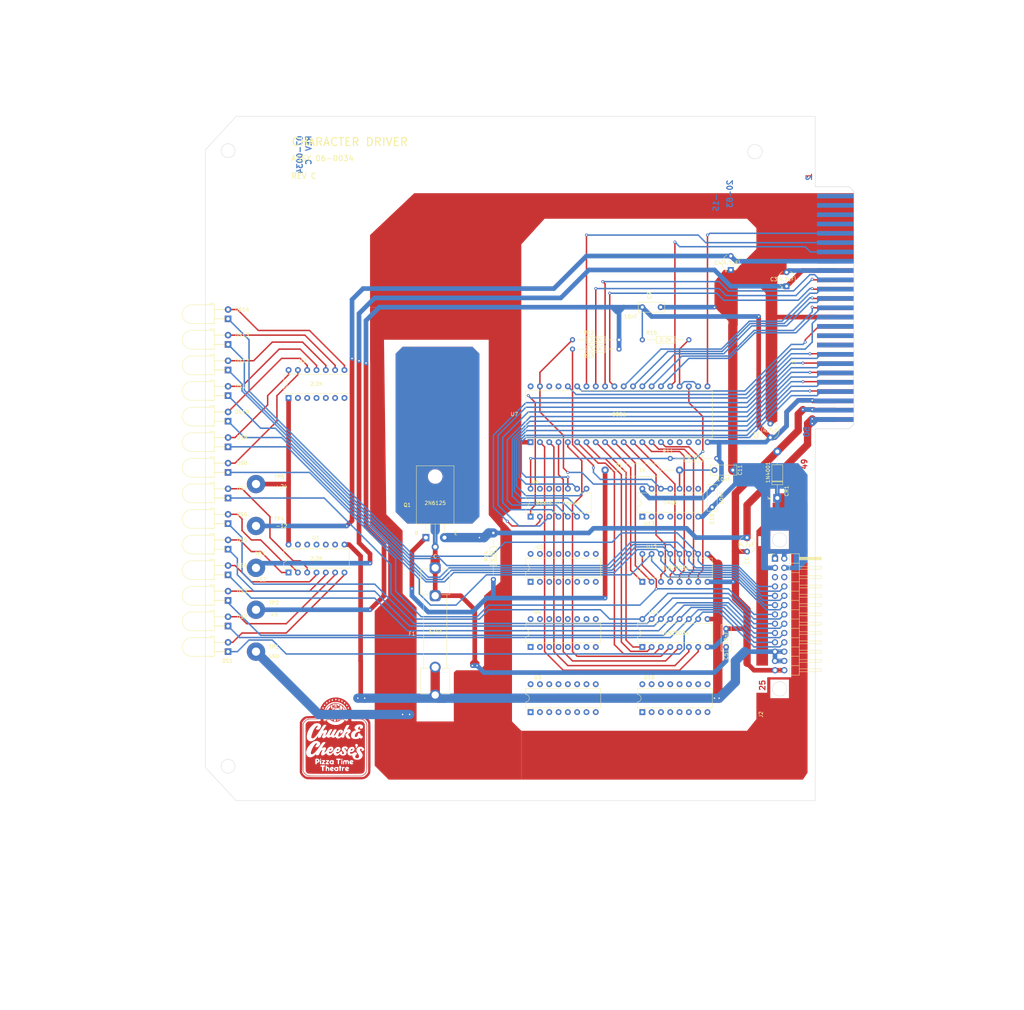
<source format=kicad_pcb>
(kicad_pcb (version 20221018) (generator pcbnew)
  (layers (0 "F.Cu" signal) (31 "B.Cu" signal) (34 "B.Paste" user) (35 "F.Paste" user) (36 "B.SilkS" user "B.Silkscreen") (37 "F.SilkS" user "F.Silkscreen") (38 "B.Mask" user) (39 "F.Mask" user) (44 "Edge.Cuts" user))
  (net 0 "")
  (net 3 "aux1_AGC")
  (net 59 "aux2_AGC")
  (net 84 "Net-(U7-CS0)")
  (net 85 "Net-(U7-CA2)")
  (net 86 "Net-(R13-Pad1)")
  (net 87 "GND")
  (net 88 "Net-(Q1-B)")
  (net 89 "R2R_audio_AGC")
  (net 90 "BGOUT_AGC")
  (net 91 "R{slash}~{W}")
  (net 92 "~{MRST}")
  (net 93 "PHI2")
  (net 94 "-12V")
  (net 95 "12V")
  (net 96 "DBB0")
  (net 97 "DBB1")
  (net 98 "DBB2")
  (net 99 "DBB3")
  (net 100 "DBB4")
  (net 101 "DBB5")
  (net 102 "DBB6")
  (net 103 "DBB7")
  (net 104 "BA0")
  (net 105 "BA1")
  (net 106 "BA2")
  (net 107 "BA3")
  (net 108 "BS11")
  (net 109 "BS12")
  (net 110 "BS13")
  (net 111 "BS1")
  (net 112 "BS2")
  (net 113 "BS3")
  (net 114 "BS4")
  (net 115 "BS5")
  (net 116 "BS6")
  (net 117 "BS7")
  (net 118 "BS8")
  (net 119 "BS9")
  (net 120 "BS10")
  (net 121 "5V")
  (net 122 "24R")
  (net 123 "24V")
  (net 124 "Net-(DS1-A)")
  (net 125 "Net-(DS2-A)")
  (net 126 "Net-(DS3-A)")
  (net 127 "Net-(DS4-A)")
  (net 128 "Net-(DS5-A)")
  (net 129 "Net-(DS6-A)")
  (net 130 "Net-(DS7-A)")
  (net 131 "Net-(DS8-A)")
  (net 132 "Net-(DS9-A)")
  (net 133 "Net-(DS10-A)")
  (net 134 "Net-(DS11-A)")
  (net 135 "Net-(DS12-A)")
  (net 136 "Net-(DS13-A)")
  (net 137 "Net-(DS14-A)")
  (net 138 "PB6")
  (net 139 "PB7")
  (net 140 "CB2")
  (net 141 "PA0")
  (net 142 "PA1")
  (net 143 "PA2")
  (net 144 "PA3")
  (net 145 "PA4")
  (net 146 "PA5")
  (net 147 "PA6")
  (net 148 "PA7")
  (net 149 "PB0")
  (net 150 "PB1")
  (net 151 "PB2")
  (net 152 "PB3")
  (net 153 "PB4")
  (net 154 "PB5")
  (net 155 "Net-(Q1-C)")
  (net 156 "Net-(C11-Pad1)")
  (net 157 "24Vout")
  (net 158 "Net-(U6-Pin_14)")
  (net 159 "A0out")
  (net 160 "A1out")
  (net 161 "A2out")
  (net 162 "A3out")
  (net 163 "A4out")
  (net 164 "A5out")
  (net 165 "A6out")
  (net 166 "A7out")
  (net 167 "B0out")
  (net 168 "B1out")
  (net 169 "B2out")
  (net 170 "B3out")
  (net 171 "B4out")
  (net 172 "B5out")
  (footprint "Evan's parts:R_Axial_DIN0204_L3.6mm_D1.6mm_P12.7mm_Horizontal" (layer "F.Cu") (at 120.65 63.5)
    (fp_text reference "R13")
    (fp_text value "3.3K")
  )
  (footprint "Package_DIP:DIP-16_W7.62mm" (layer "F.Cu") (at 106.68 162.56 90)
    (fp_text reference "U3")
    (fp_text value "Unused DIP" hide)
  )
  (footprint "Package_DIP:DIP-14_W7.62mm" (layer "F.Cu") (at 137.16 109.22 90)
    (fp_text reference "U13")
    (fp_text value "7406")
  )
  (footprint "Capacitor_THT:C_Rect_L7.0mm_W2.5mm_P5.00mm" (layer "F.Cu") (at 156.21 101.6 -90)
    (fp_text reference "C10")
    (fp_text value "10nF")
  )
  (footprint "TestPoint:TestPoint_Plated_Hole_D3.0mm" (layer "F.Cu") (at 31.75 111.76)
    (fp_text reference "TP4")
    (fp_text value "-12")
  )
  (footprint "Package_DIP:DIP-16_W7.62mm" (layer "F.Cu") (at 137.16 162.56 90)
    (fp_text reference "U10")
    (fp_text value "Unused DIP" hide)
  )
  (footprint "TestPoint:TestPoint_Plated_Hole_D3.0mm" (layer "F.Cu") (at 31.75 100.33)
    (fp_text reference "TP5")
    (fp_text value "24")
  )
  (footprint "Evan's parts:CP_Radial_Tantal_D4mm_P3.81mm" (layer "F.Cu") (at 176.53 46.355 90)
    (fp_text reference "C3")
    (fp_text value "4.7uF")
  )
  (footprint "TestPoint:TestPoint_Plated_Hole_D3.0mm" (layer "F.Cu") (at 31.75 134.62)
    (fp_text reference "TP2")
    (fp_text value "+5")
  )
  (footprint "Evan's parts:LED_D5.0mm_Horizontal_O3.81mm_Z15.0mm reversed" (layer "F.Cu") (at 24.13 129.54 -90)
    (fp_text reference "DS3")
    (fp_text value "LED")
  )
  (footprint "Package_DIP:DIP-14_W7.62mm" (layer "F.Cu") (at 106.68 109.22 90)
    (fp_text reference "U6")
    (fp_text value "Board ID header")
  )
  (footprint "Evan's parts:LED_D5.0mm_Horizontal_O3.81mm_Z15.0mm reversed" (layer "F.Cu") (at 24.13 66.675 -90)
    (fp_text reference "DS12")
    (fp_text value "LED")
  )
  (footprint "Capacitor_THT:C_Rect_L7.0mm_W2.5mm_P5.00mm" (layer "F.Cu") (at 156.845 96.52)
    (fp_text reference "C11")
    (fp_text value "10nF")
  )
  (footprint "Evan's parts:CP_Radial_Tantal_D4mm_P3.81mm" (layer "F.Cu") (at 165.735 114.935 -90)
    (fp_text reference "C1")
    (fp_text value "4.7uF")
  )
  (footprint "Fuse:Fuseholder_Clip-6.3x32mm_Littelfuse_102071_Inline_P34.70x7.60mm_D2.00mm_Horizontal" (layer "F.Cu") (at 80.645 123.19 -90)
    (fp_text reference "F1" hide)
    (fp_text value "3/4A")
  )
  (footprint "Package_DIP:DIP-14_W7.62mm" (layer "F.Cu") (at 40.64 76.835 90)
    (fp_text reference "U2")
    (fp_text value "2.2K")
  )
  (footprint "Evan's parts:LED_D5.0mm_Horizontal_O3.81mm_Z15.0mm reversed" (layer "F.Cu") (at 24.13 59.69 -90)
    (fp_text reference "DS13")
    (fp_text value "LED")
  )
  (footprint "Evan's parts:LED_D5.0mm_Horizontal_O3.81mm_Z15.0mm reversed" (layer "F.Cu") (at 24.13 87.63 -90)
    (fp_text reference "DS9")
    (fp_text value "LED")
  )
  (footprint "Resistor_THT:R_Axial_DIN0309_L9.0mm_D3.2mm_P20.32mm_Horizontal" (layer "F.Cu") (at 127 96.52)
    (fp_text reference "R1")
    (fp_text value "1K")
  )
  (footprint "Capacitor_THT:C_Rect_L7.0mm_W2.5mm_P5.00mm" (layer "F.Cu") (at 160.02 139.78 -90)
    (fp_text reference "C5")
    (fp_text value "10nF")
  )
  (footprint "Evan's parts:R_Axial_DIN0204_L3.6mm_D1.6mm_P12.7mm_Horizontal" (layer "F.Cu") (at 120.65 60.96)
    (fp_text reference "R12")
    (fp_text value "3.3K")
  )
  (footprint "Connector_PinHeader_2.54mm:PinHeader_2x13_P2.54mm_Horizontal" (layer "F.Cu") (at 173.355 120.65)
    (fp_text reference "J2")
    (fp_text value "character connector")
  )
  (footprint "Evan's parts:LED_D5.0mm_Horizontal_O3.81mm_Z15.0mm reversed" (layer "F.Cu") (at 24.13 115.57 -90)
    (fp_text reference "DS5")
    (fp_text value "LED")
  )
  (footprint "TestPoint:TestPoint_Plated_Hole_D3.0mm" (layer "F.Cu") (at 31.75 123.19)
    (fp_text reference "TP3")
    (fp_text value "+12")
  )
  (footprint "Package_DIP:DIP-40_W15.24mm" (layer "F.Cu") (at 106.68 88.9 90)
    (fp_text reference "U7")
    (fp_text value "6821")
  )
  (footprint "Evan's parts:R_Axial_DIN0204_L3.6mm_D1.6mm_P12.7mm_Horizontal" (layer "F.Cu") (at 139.7 60.96)
    (fp_text reference "R15")
    (fp_text value "3.3K")
  )
  (footprint "Evan's parts:LED_D5.0mm_Horizontal_O3.81mm_Z15.0mm reversed" (layer "F.Cu") (at 24.13 122.555 -90)
    (fp_text reference "DS4")
    (fp_text value "LED")
  )
  (footprint "Capacitor_THT:C_Rect_L7.0mm_W2.5mm_P5.00mm" (layer "F.Cu") (at 137.16 52.07)
    (fp_text reference "C9")
    (fp_text value "10nF")
  )
  (footprint "Evan's parts:R_Axial_DIN0204_L3.6mm_D1.6mm_P12.7mm_Horizontal" (layer "F.Cu") (at 96.52 123.825 90)
    (fp_text reference "R14")
    (fp_text value "3.3K")
  )
  (footprint "Package_DIP:DIP-16_W7.62mm" (layer "F.Cu") (at 106.68 144.78 90)
    (fp_text reference "U4")
    (fp_text value "Unused DIP" hide)
  )
  (footprint "Evan's parts:R_Axial_DIN0204_L3.6mm_D1.6mm_P12.7mm_Horizontal" (layer "F.Cu") (at 154.94 93.345 180)
    (fp_text reference "R11")
    (fp_text value "4.7K")
  )
  (footprint "Package_DIP:DIP-16_W7.62mm" (layer "F.Cu") (at 137.16 127 90)
    (fp_text reference "U12")
    (fp_text value "ULN2003A")
  )
  (footprint "Evan's parts:LED_D5.0mm_Horizontal_O3.81mm_Z15.0mm reversed" (layer "F.Cu") (at 24.13 80.645 -90)
    (fp_text reference "DS10")
    (fp_text value "LED")
  )
  (footprint "Evan's parts:CP_Radial_Tantal_D4mm_P3.81mm" (layer "F.Cu") (at 172.085 87.63 90)
    (fp_text reference "C2")
    (fp_text value "4.7uF")
  )
  (footprint "Evan's parts:LED_D5.0mm_Horizontal_O3.81mm_Z15.0mm reversed" (layer "F.Cu") (at 24.13 52.705 -90)
    (fp_text reference "DS14")
    (fp_text value "LED")
  )
  (footprint "Evan's parts:LED_D5.0mm_Horizontal_O3.81mm_Z15.0mm reversed" (layer "F.Cu") (at 24.13 73.66 -90)
    (fp_text reference "DS11")
    (fp_text value "LED")
  )
  (footprint "Evan's parts:CP_Radial_Tantal_D4mm_P3.81mm" (layer "F.Cu") (at 161.29 41.91 90)
    (fp_text reference "C4")
    (fp_text value "4.7uF")
  )
  (footprint "Evan's parts:LED_D5.0mm_Horizontal_O3.81mm_Z15.0mm reversed" (layer "F.Cu") (at 24.13 101.6 -90)
    (fp_text reference "DS7")
    (fp_text value "LED")
  )
  (footprint "TestPoint:TestPoint_Plated_Hole_D3.0mm" (layer "F.Cu") (at 31.75 146.05)
    (fp_text reference "TP1")
    (fp_text value "GND")
  )
  (footprint "Evan's parts:Chuck_E_Cheese_small_card_edge" (layer "F.Cu") (at 189.81 21.75 90)
    (fp_text reference "J1")
    (fp_text value "card edge")
    (fp_line (start -63.5 3.81) (end -63.5 -5.49) (stroke (width 0.12)) (layer "Edge.Cuts"))
    (fp_line (start -62.23 5.08) (end -63.5 3.81) (stroke (width 0.12)) (layer "Edge.Cuts"))
    (fp_line (start -62.23 5.08) (end 1.27 5.08) (stroke (width 0.12)) (layer "Edge.Cuts"))
    (fp_line (start 2.54 3.81) (end 1.27 5.08) (stroke (width 0.12)) (layer "Edge.Cuts"))
    (fp_line (start 2.54 3.81) (end 2.54 -5.49) (stroke (width 0.12)) (layer "Edge.Cuts"))
  )
  (footprint "Package_DIP:DIP-16_W7.62mm" (layer "F.Cu") (at 106.68 127 90)
    (fp_text reference "U5")
    (fp_text value "Unused DIP" hide)
  )
  (footprint "Package_DIP:DIP-14_W7.62mm" (layer "F.Cu") (at 40.64 124.46 90)
    (fp_text reference "U1")
    (fp_text value "2.2K")
  )
  (footprint "Evan's parts:LED_D5.0mm_Horizontal_O3.81mm_Z15.0mm reversed" (layer "F.Cu") (at 24.13 143.51 -90)
    (fp_text reference "DS1")
    (fp_text value "LED")
  )
  (footprint "Evan's parts:ptt square" (layer "F.Cu") (at 53.34 169.545)
    (fp_text reference "G***" hide)
    (fp_text value "LOGO" hide)
  )
  (footprint "Diode_THT:D_DO-41_SOD81_P12.70mm_Horizontal" (layer "F.Cu") (at 173.99 104.14 90)
    (fp_text reference "CR1")
    (fp_text value "1N4001")
  )
  (footprint "Evan's parts:LED_D5.0mm_Horizontal_O3.81mm_Z15.0mm reversed" (layer "F.Cu") (at 24.13 136.525 -90)
    (fp_text reference "DS2")
    (fp_text value "LED")
  )
  (footprint "Evan's parts:LED_D5.0mm_Horizontal_O3.81mm_Z15.0mm reversed" (layer "F.Cu") (at 24.13 108.585 -90)
    (fp_text reference "DS6")
    (fp_text value "LED")
  )
  (footprint "Package_TO_SOT_THT:TO-220-3_Horizontal_TabDown" (layer "F.Cu") (at 78.105 114.935)
    (fp_text reference "Q1")
    (fp_text value "2N6125")
  )
  (footprint "Evan's parts:LED_D5.0mm_Horizontal_O3.81mm_Z15.0mm reversed" (layer "F.Cu") (at 24.13 94.615 -90)
    (fp_text reference "DS8")
    (fp_text value "LED")
  )
  (footprint "Package_DIP:DIP-16_W7.62mm" (layer "F.Cu") (at 137.16 144.78 90)
    (fp_text reference "U11")
    (fp_text value "ULN2003A")
  )
  (gr_line (start 26.34 0) (end 184.32 0) (stroke (width 0.1)) (layer "Edge.Cuts"))
  (gr_line (start 184.32 19.21) (end 184.32 0) (stroke (width 0.1)) (layer "Edge.Cuts"))
  (gr_line (start 184.32 85.25) (end 184.32 186.69) (stroke (width 0.1)) (layer "Edge.Cuts"))
  (gr_line (start 17.95 177.66) (end 26.34 186.69) (stroke (width 0.1)) (layer "Edge.Cuts"))
  (gr_line (start 17.95 177.66) (end 17.95 9.14) (stroke (width 0.1)) (layer "Edge.Cuts"))
  (gr_circle (center 24.14 9.36) (end 26.04 9.36) (stroke (width 0.1)) (fill none) (layer "Edge.Cuts"))
  (gr_circle (center 24.14 177.33) (end 26.04 177.33) (stroke (width 0.1)) (fill none) (layer "Edge.Cuts"))
  (gr_circle (center 174.625 156.21) (end 176.595 156.21) (stroke (width 0.1)) (fill none) (layer "Edge.Cuts"))
  (gr_circle (center 167.88 9.63) (end 169.85 9.63) (stroke (width 0.1)) (fill none) (layer "Edge.Cuts"))
  (gr_line (start 184.32 186.69) (end 26.34 186.69) (stroke (width 0.1)) (layer "Edge.Cuts"))
  (gr_circle (center 174.625 115.57) (end 176.595 115.57) (stroke (width 0.1)) (fill none) (layer "Edge.Cuts"))
  (gr_line (start 17.95 9.14) (end 26.34 0) (stroke (width 0.1)) (layer "Edge.Cuts"))
  (gr_text "1" (at 171.45 116.84 90) (layer "F.Cu") (effects (font (size 1.5 1.5) (thickness 0.3) bold) (justify left bottom)))
  (gr_text "25" (at 170.815 156.845 90) (layer "F.Cu") (effects (font (size 1.5 1.5) (thickness 0.3) bold) (justify left bottom)))
  (gr_text "1" (at 183.515 17.145 90) (layer "F.Cu") (effects (font (size 1.5 1.5) (thickness 0.3) bold) (justify left bottom)))
  (gr_text "49" (at 182.245 96.52 90) (layer "F.Cu") (effects (font (size 1.5 1.5) (thickness 0.3) bold) (justify left bottom)))
  (gr_text "20-83" (at 161.925 17.145 90) (layer "B.Cu") (effects (font (size 1.5 1.5) (thickness 0.3) bold) (justify left bottom mirror)))
  (gr_text "50" (at 182.88 84.455 90) (layer "B.Cu") (effects (font (size 1.5 1.5) (thickness 0.3) bold) (justify left bottom mirror)))
  (gr_text "07-0034\nREV  C" (at 46.99 5.08 90) (layer "B.Cu") (effects (font (size 1.5 1.5) (thickness 0.3) bold) (justify left bottom mirror)))
  (gr_text "-1S" (at 158.115 20.955 90) (layer "B.Cu") (effects (font (size 1.5 1.5) (thickness 0.3) bold) (justify left bottom mirror)))
  (gr_text "2" (at 183.515 15.875 90) (layer "B.Cu") (effects (font (size 1.5 1.5) (thickness 0.3) bold) (justify left bottom mirror)))
  (gr_text "E" (at 85.725 114.3) (layer "F.SilkS") (effects (font (size 1 1)) (justify left bottom)))
  (gr_text "CHARACTER DRIVER" (at 41.275 8.255) (layer "F.SilkS") (effects (font (size 2.2 2.2) (thickness 0.3)) (justify left bottom)))
  (gr_text "C" (at 80.01 120.65) (layer "F.SilkS") (effects (font (size 1 1)) (justify left bottom)))
  (gr_text "ASSY 06-0034\n\nREV C" (at 41.275 17.145) (layer "F.SilkS") (effects (font (size 1.5 1.5) (thickness 0.2)) (justify left bottom)))
  (gr_text "B" (at 74.93 114.3) (layer "F.SilkS") (effects (font (size 1 1)) (justify left bottom)))
  (gr_text "+" (at 36.83 101.6) (layer "F.SilkS") (effects (font (size 1 1)) (justify left bottom)))
  (segment (start 147.32 63.5) (end 149.86 60.96) (width 0.4) (layer "F.Cu") (net 84))
  (segment (start 152.4 73.66) (end 152.4 73.025) (width 0.4) (layer "F.Cu") (net 84))
  (segment (start 147.32 73.66) (end 147.32 63.5) (width 0.4) (layer "F.Cu") (net 84))
  (segment (start 151.13 72.39) (end 148.59 72.39) (width 0.4) (layer "B.Cu") (net 84))
  (segment (start 148.59 72.39) (end 147.32 73.66) (width 0.4) (layer "B.Cu") (net 84))
  (segment (start 152.4 73.66) (end 151.13 72.39) (width 0.4) (layer "B.Cu") (net 84))
  (segment (start 109.22 80.645) (end 109.22 73.66) (width 0.4) (layer "F.Cu") (net 85))
  (segment (start 109.22 69.85) (end 118.11 60.96) (width 0.4) (layer "F.Cu") (net 85))
  (segment (start 115.64 87.065) (end 109.22 80.645) (width 0.4) (layer "F.Cu") (net 85))
  (segment (start 109.22 73.66) (end 109.22 69.85) (width 0.4) (layer "F.Cu") (net 85))
  (segment (start 115.64 95.955) (end 115.64 87.065) (width 0.4) (layer "F.Cu") (net 85))
  (segment (start 116.84 97.155) (end 115.64 95.955) (width 0.4) (layer "F.Cu") (net 85))
  (via (at 116.84 97.155) (size 0.8) (drill 0.4) (layers "F.Cu" "B.Cu") (net 85))
  (segment (start 116.84 97.155) (end 120.65 97.155) (width 0.4) (layer "B.Cu") (net 85))
  (segment (start 123.825 100.33) (end 138.43 100.33) (width 0.4) (layer "B.Cu") (net 85))
  (segment (start 138.43 100.33) (end 139.7 101.6) (width 0.4) (layer "B.Cu") (net 85))
  (segment (start 120.65 97.155) (end 123.825 100.33) (width 0.4) (layer "B.Cu") (net 85))
  (segment (start 123.825 95.25) (end 118.11 89.535) (width 0.4) (layer "F.Cu") (net 86))
  (segment (start 123.825 95.885) (end 123.825 95.25) (width 0.4) (layer "F.Cu") (net 86))
  (segment (start 118.11 89.535) (end 118.11 63.5) (width 0.4) (layer "F.Cu") (net 86))
  (via (at 123.825 95.885) (size 0.8) (drill 0.4) (layers "F.Cu" "B.Cu") (net 86))
  (segment (start 123.825 95.885) (end 123.825 97.155) (width 0.4) (layer "B.Cu") (net 86))
  (segment (start 144.78 101.6) (end 142.24 101.6) (width 0.4) (layer "B.Cu") (net 86))
  (segment (start 142.24 101.6) (end 139.7 99.06) (width 0.4) (layer "B.Cu") (net 86))
  (segment (start 139.7 99.06) (end 125.73 99.06) (width 0.4) (layer "B.Cu") (net 86))
  (segment (start 123.825 97.155) (end 125.73 99.06) (width 0.4) (layer "B.Cu") (net 86))
  (segment (start 189.81 21.75) (end 183.675 21.75) (width 0.4) (layer "F.Cu") (net 87))
  (segment (start 106.68 88.9) (end 101.6 88.9) (width 1.27) (layer "F.Cu") (net 87))
  (segment (start 161.845 96.52) (end 161.845 57.07) (width 2.54) (layer "F.Cu") (net 87))
  (segment (start 189.81 26.83) (end 183.675 26.83) (width 0.4) (layer "F.Cu") (net 87))
  (segment (start 189.81 24.29) (end 183.675 24.29) (width 0.4) (layer "F.Cu") (net 87))
  (segment (start 101.6 88.9) (end 100.965 88.265) (width 1.27) (layer "F.Cu") (net 87))
  (segment (start 183.675 24.29) (end 183.515 24.13) (width 0.4) (layer "F.Cu") (net 87))
  (segment (start 189.81 54.77) (end 172.88 54.77) (width 1.27) (layer "F.Cu") (net 87))
  (segment (start 189.81 29.37) (end 183.675 29.37) (width 0.4) (layer "F.Cu") (net 87))
  (segment (start 183.675 26.83) (end 183.515 26.67) (width 0.4) (layer "F.Cu") (net 87))
  (segment (start 183.675 21.75) (end 183.515 21.59) (width 0.4) (layer "F.Cu") (net 87))
  (segment (start 183.675 29.37) (end 183.515 29.21) (width 0.4) (layer "F.Cu") (net 87))
  (via (at 156.845 52.07) (size 0.8) (drill 0.4) (layers "F.Cu" "B.Cu") (net 87))
  (via (at 71.755 163.195) (size 0.8) (drill 0.4) (layers "F.Cu" "B.Cu") (net 87))
  (via (at 73.66 163.195) (size 0.8) (drill 0.4) (layers "F.Cu" "B.Cu") (net 87))
  (segment (start 71.755 163.195) (end 48.895 163.195) (width 2.54) (layer "B.Cu") (net 87))
  (segment (start 175.895 123.19) (end 179.07 123.19) (width 1.27) (layer "B.Cu") (net 87))
  (segment (start 175.895 118.745) (end 179.07 118.745) (width 1.27) (layer "B.Cu") (net 87))
  (segment (start 180.975 121.92) (end 181.61 121.285) (width 1.27) (layer "B.Cu") (net 87))
  (segment (start 179.07 123.19) (end 179.705 123.19) (width 1.27) (layer "B.Cu") (net 87))
  (segment (start 156.21 106.6) (end 162.48 100.33) (width 1.27) (layer "B.Cu") (net 87))
  (segment (start 142.16 52.07) (end 156.845 52.07) (width 1.27) (layer "B.Cu") (net 87))
  (segment (start 162.48 100.33) (end 168.91 100.33) (width 1.27) (layer "B.Cu") (net 87))
  (segment (start 179.07 123.19) (end 179.07 117.475) (width 1.27) (layer "B.Cu") (net 87))
  (segment (start 48.895 163.195) (end 31.75 146.05) (width 2.54) (layer "B.Cu") (net 87))
  (segment (start 173.355 123.19) (end 170.18 123.19) (width 1.27) (layer "B.Cu") (net 87))
  (segment (start 189.81 42.07) (end 177.005 42.07) (width 1.27) (layer "B.Cu") (net 87))
  (segment (start 152.4 109.22) (end 153.59 109.22) (width 1.27) (layer "B.Cu") (net 87))
  (segment (start 173.355 118.745) (end 175.895 118.745) (width 1.27) (layer "B.Cu") (net 87))
  (segment (start 175.895 120.65) (end 175.895 118.745) (width 1.27) (layer "B.Cu") (net 87))
  (segment (start 173.355 120.65) (end 173.355 118.745) (width 1.27) (layer "B.Cu") (net 87))
  (segment (start 180.34 121.285) (end 180.34 117.475) (width 1.27) (layer "B.Cu") (net 87))
  (segment (start 173.99 104.14) (end 173.99 100.33) (width 1.27) (layer "B.Cu") (net 87))
  (segment (start 71.755 163.195) (end 73.66 163.195) (width 2.54) (layer "B.Cu") (net 87))
  (segment (start 181.61 121.285) (end 181.61 118.11) (width 1.27) (layer "B.Cu") (net 87))
  (segment (start 179.705 123.19) (end 180.975 121.92) (width 1.27) (layer "B.Cu") (net 87))
  (segment (start 173.99 104.14) (end 173.99 107.95) (width 1.27) (layer "B.Cu") (net 87))
  (segment (start 177.005 42.07) (end 176.53 42.545) (width 1.27) (layer "B.Cu") (net 87))
  (segment (start 179.705 123.19) (end 179.705 117.475) (width 1.27) (layer "B.Cu") (net 87))
  (segment (start 153.59 109.22) (end 156.21 106.6) (width 1.27) (layer "B.Cu") (net 87))
  (segment (start 170.18 123.19) (end 170.18 120.015) (width 1.27) (layer "B.Cu") (net 87))
  (segment (start 173.355 118.745) (end 170.815 118.745) (width 1.27) (layer "B.Cu") (net 87))
  (segment (start 180.975 121.92) (end 180.34 121.285) (width 1.27) (layer "B.Cu") (net 87))
  (segment (start 74.295 118.745) (end 74.295 128.905) (width 1.27) (layer "F.Cu") (net 88))
  (segment (start 127 96.52) (end 127 131.445) (width 1.27) (layer "F.Cu") (net 88))
  (segment (start 78.105 114.935) (end 74.295 118.745) (width 1.27) (layer "F.Cu") (net 88))
  (via (at 74.295 128.905) (size 0.8) (drill 0.4) (layers "F.Cu" "B.Cu") (net 88))
  (via (at 127 131.445) (size 0.8) (drill 0.4) (layers "F.Cu" "B.Cu") (net 88))
  (segment (start 96.52 131.445) (end 127 131.445) (width 1.27) (layer "B.Cu") (net 88))
  (segment (start 78.74 135.255) (end 90.805 135.255) (width 1.27) (layer "B.Cu") (net 88))
  (segment (start 96.52 126.365) (end 96.52 131.445) (width 1.27) (layer "B.Cu") (net 88))
  (segment (start 74.295 128.905) (end 74.295 130.81) (width 1.27) (layer "B.Cu") (net 88))
  (segment (start 74.295 130.81) (end 78.74 135.255) (width 1.27) (layer "B.Cu") (net 88))
  (segment (start 90.805 135.255) (end 94.615 131.445) (width 1.27) (layer "B.Cu") (net 88))
  (segment (start 94.615 131.445) (end 96.52 131.445) (width 1.27) (layer "B.Cu") (net 88))
  (segment (start 154.94 73.66) (end 154.94 32.385) (width 0.4) (layer "F.Cu") (net 91))
  (via (at 154.94 32.385) (size 0.8) (drill 0.4) (layers "F.Cu" "B.Cu") (net 91))
  (segment (start 154.94 32.385) (end 155.1 32.385) (width 0.4) (layer "B.Cu") (net 91))
  (segment (start 189.81 31.91) (end 155.575 31.91) (width 0.4) (layer "B.Cu") (net 91))
  (segment (start 155.1 32.385) (end 155.575 31.91) (width 0.4) (layer "B.Cu") (net 91))
  (segment (start 121.92 73.66) (end 121.92 32.385) (width 0.4) (layer "F.Cu") (net 92))
  (via (at 121.92 32.385) (size 0.8) (drill 0.4) (layers "F.Cu" "B.Cu") (net 92))
  (segment (start 152.4 32.385) (end 154.465 34.45) (width 0.4) (layer "B.Cu") (net 92))
  (segment (start 154.465 34.45) (end 189.81 34.45) (width 0.4) (layer "B.Cu") (net 92))
  (segment (start 121.92 32.385) (end 152.4 32.385) (width 0.4) (layer "B.Cu") (net 92))
  (segment (start 146.05 72.39) (end 146.05 34.29) (width 0.4) (layer "F.Cu") (net 93))
  (segment (start 144.78 73.66) (end 146.05 72.39) (width 0.4) (layer "F.Cu") (net 93))
  (via (at 146.05 34.29) (size 0.8) (drill 0.4) (layers "F.Cu" "B.Cu") (net 93))
  (segment (start 147.32 35.56) (end 146.05 34.29) (width 0.4) (layer "B.Cu") (net 93))
  (segment (start 183.04 36.99) (end 181.61 35.56) (width 0.4) (layer "B.Cu") (net 93))
  (segment (start 181.61 35.56) (end 147.32 35.56) (width 0.4) (layer "B.Cu") (net 93))
  (segment (start 189.81 36.99) (end 183.04 36.99) (width 0.4) (layer "B.Cu") (net 93))
  (segment (start 57.955 110.32) (end 57.955 66.04) (width 1.27) (layer "F.Cu") (net 94))
  (segment (start 56.515 111.76) (end 57.955 110.32) (width 1.27) (layer "F.Cu") (net 94))
  (via (at 57.955 66.04) (size 0.8) (drill 0.4) (layers "F.Cu" "B.Cu") (net 94))
  (via (at 56.515 111.76) (size 0.8) (drill 0.4) (layers "F.Cu" "B.Cu") (net 94))
  (segment (start 189.81 39.53) (end 162.72 39.53) (width 1.27) (layer "B.Cu") (net 94))
  (segment (start 161.29 38.1) (end 121.92 38.1) (width 1.27) (layer "B.Cu") (net 94))
  (segment (start 121.92 38.1) (end 113.03 46.99) (width 1.27) (layer "B.Cu") (net 94))
  (segment (start 60.96 46.99) (end 57.955 49.995) (width 1.27) (layer "B.Cu") (net 94))
  (segment (start 162.72 39.53) (end 161.29 38.1) (width 1.27) (layer "B.Cu") (net 94))
  (segment (start 31.75 111.76) (end 56.515 111.76) (width 1.27) (layer "B.Cu") (net 94))
  (segment (start 113.03 46.99) (end 60.96 46.99) (width 1.27) (layer "B.Cu") (net 94))
  (segment (start 57.955 49.995) (end 57.955 66.04) (width 1.27) (layer "B.Cu") (net 94))
  (segment (start 176.53 46.355) (end 180.815 42.07) (width 1.27) (layer "F.Cu") (net 95))
  (segment (start 62.865 119.38) (end 59.86 116.375) (width 1.27) (layer "F.Cu") (net 95))
  (segment (start 180.815 42.07) (end 189.81 42.07) (width 1.27) (layer "F.Cu") (net 95))
  (segment (start 62.865 121.92) (end 62.865 119.38) (width 1.27) (layer "F.Cu") (net 95))
  (segment (start 59.86 116.375) (end 59.86 66.675) (width 1.27) (layer "F.Cu") (net 95))
  (via (at 59.86 66.675) (size 0.8) (drill 0.4) (layers "F.Cu" "B.Cu") (net 95))
  (via (at 62.865 121.92) (size 0.8) (drill 0.4) (layers "F.Cu" "B.Cu") (net 95))
  (segment (start 114.935 49.53) (end 64.135 49.53) (width 1.27) (layer "B.Cu") (net 95))
  (segment (start 33.02 121.92) (end 62.865 121.92) (width 1.27) (layer "B.Cu") (net 95))
  (segment (start 31.75 123.19) (end 33.02 121.92) (width 1.27) (layer "B.Cu") (net 95))
  (segment (start 156.845 41.91) (end 122.555 41.91) (width 1.27) (layer "B.Cu") (net 95))
  (segment (start 176.53 46.355) (end 161.29 46.355) (width 1.27) (layer "B.Cu") (net 95))
  (segment (start 59.86 53.805) (end 59.86 66.675) (width 1.27) (layer "B.Cu") (net 95))
  (segment (start 64.135 49.53) (end 59.86 53.805) (width 1.27) (layer "B.Cu") (net 95))
  (segment (start 122.555 41.91) (end 114.935 49.53) (width 1.27) (layer "B.Cu") (net 95))
  (segment (start 161.29 46.355) (end 156.845 41.91) (width 1.27) (layer "B.Cu") (net 95))
  (segment (start 124.46 73.66) (end 124.46 46.99) (width 0.4) (layer "F.Cu") (net 96))
  (segment (start 183.675 44.61) (end 183.515 44.45) (width 0.4) (layer "F.Cu") (net 96))
  (segment (start 189.81 44.61) (end 183.675 44.61) (width 0.4) (layer "F.Cu") (net 96))
  (via (at 183.515 44.45) (size 0.8) (drill 0.4) (layers "F.Cu" "B.Cu") (net 96))
  (via (at 124.46 46.99) (size 0.8) (drill 0.4) (layers "F.Cu" "B.Cu") (net 96))
  (segment (start 158.115 46.99) (end 124.46 46.99) (width 0.4) (layer "B.Cu") (net 96))
  (segment (start 179.07 48.895) (end 160.02 48.895) (width 0.4) (layer "B.Cu") (net 96))
  (segment (start 183.515 44.45) (end 179.07 48.895) (width 0.4) (layer "B.Cu") (net 96))
  (segment (start 160.02 48.895) (end 158.115 46.99) (width 0.4) (layer "B.Cu") (net 96))
  (segment (start 127 73.66) (end 127 45.72) (width 0.4) (layer "F.Cu") (net 97))
  (segment (start 127 45.72) (end 126.365 45.085) (width 0.4) (layer "F.Cu") (net 97))
  (via (at 126.365 45.085) (size 0.8) (drill 0.4) (layers "F.Cu" "B.Cu") (net 97))
  (segment (start 182.88 43.18) (end 178.435 47.625) (width 0.4) (layer "B.Cu") (net 97))
  (segment (start 185.58 44.61) (end 184.15 43.18) (width 0.4) (layer "B.Cu") (net 97))
  (segment (start 189.81 44.61) (end 185.58 44.61) (width 0.4) (layer "B.Cu") (net 97))
  (segment (start 178.435 47.625) (end 160.655 47.625) (width 0.4) (layer "B.Cu") (net 97))
  (segment (start 126.365 45.085) (end 158.115 45.085) (width 0.4) (layer "B.Cu") (net 97))
  (segment (start 160.655 47.625) (end 158.115 45.085) (width 0.4) (layer "B.Cu") (net 97))
  (segment (start 184.15 43.18) (end 182.88 43.18) (width 0.4) (layer "B.Cu") (net 97))
  (segment (start 183.675 47.15) (end 183.515 46.99) (width 0.4) (layer "F.Cu") (net 98))
  (segment (start 128.27 72.39) (end 128.27 48.26) (width 0.4) (layer "F.Cu") (net 98))
  (segment (start 129.54 73.66) (end 128.27 72.39) (width 0.4) (layer "F.Cu") (net 98))
  (segment (start 189.81 47.15) (end 183.675 47.15) (width 0.4) (layer "F.Cu") (net 98))
  (via (at 128.27 48.26) (size 0.8) (drill 0.4) (layers "F.Cu" "B.Cu") (net 98))
  (via (at 183.515 46.99) (size 0.8) (drill 0.4) (layers "F.Cu" "B.Cu") (net 98))
  (segment (start 159.385 50.165) (end 157.48 48.26) (width 0.4) (layer "B.Cu") (net 98))
  (segment (start 157.48 48.26) (end 128.27 48.26) (width 0.4) (layer "B.Cu") (net 98))
  (segment (start 183.515 46.99) (end 182.88 46.99) (width 0.4) (layer "B.Cu") (net 98))
  (segment (start 179.705 50.165) (end 159.385 50.165) (width 0.4) (layer "B.Cu") (net 98))
  (segment (start 182.88 46.99) (end 179.705 50.165) (width 0.4) (layer "B.Cu") (net 98))
  (segment (start 142.24 63.5) (end 136.525 69.215) (width 0.4) (layer "B.Cu") (net 99))
  (segment (start 184.785 48.26) (end 182.88 48.26) (width 0.4) (layer "B.Cu") (net 99))
  (segment (start 147.32 63.5) (end 142.24 63.5) (width 0.4) (layer "B.Cu") (net 99))
  (segment (start 158.75 63.5) (end 147.32 63.5) (width 0.4) (layer "B.Cu") (net 99))
  (segment (start 166.37 55.88) (end 158.75 63.5) (width 0.4) (layer "B.Cu") (net 99))
  (segment (start 185.895 47.15) (end 184.785 48.26) (width 0.4) (layer "B.Cu") (net 99))
  (segment (start 189.81 47.15) (end 185.895 47.15) (width 0.4) (layer "B.Cu") (net 99))
  (segment (start 136.525 69.215) (end 132.08 73.66) (width 0.4) (layer "B.Cu") (net 99))
  (segment (start 175.26 55.88) (end 166.37 55.88) (width 0.4) (layer "B.Cu") (net 99))
  (segment (start 147.32 63.5) (end 146.685 63.5) (width 0.4) (layer "B.Cu") (net 99))
  (segment (start 182.88 48.26) (end 175.26 55.88) (width 0.4) (layer "B.Cu") (net 99))
  (segment (start 183.675 49.69) (end 183.515 49.53) (width 0.4) (layer "F.Cu") (net 100))
  (segment (start 189.81 49.69) (end 183.675 49.69) (width 0.4) (layer "F.Cu") (net 100))
  (via (at 183.515 49.53) (size 0.8) (drill 0.4) (layers "F.Cu" "B.Cu") (net 100))
  (segment (start 134.62 73.66) (end 144.145 64.135) (width 0.4) (layer "B.Cu") (net 100))
  (segment (start 166.583528 56.515) (end 175.895 56.515) (width 0.4) (layer "B.Cu") (net 100))
  (segment (start 144.145 64.135) (end 158.963528 64.135) (width 0.4) (layer "B.Cu") (net 100))
  (segment (start 182.88 49.53) (end 175.895 56.515) (width 0.4) (layer "B.Cu") (net 100))
  (segment (start 183.515 49.53) (end 182.88 49.53) (width 0.4) (layer "B.Cu") (net 100))
  (segment (start 158.963528 64.135) (end 166.583528 56.515) (width 0.4) (layer "B.Cu") (net 100))
  (segment (start 167.005 57.15) (end 159.385 64.77) (width 0.4) (layer "B.Cu") (net 101))
  (segment (start 146.05 64.77) (end 137.16 73.66) (width 0.4) (layer "B.Cu") (net 101))
  (segment (start 184.785 50.8) (end 182.88 50.8) (width 0.4) (layer "B.Cu") (net 101))
  (segment (start 176.53 57.15) (end 167.005 57.15) (width 0.4) (layer "B.Cu") (net 101))
  (segment (start 185.895 49.69) (end 184.785 50.8) (width 0.4) (layer "B.Cu") (net 101))
  (segment (start 182.88 50.8) (end 176.53 57.15) (width 0.4) (layer "B.Cu") (net 101))
  (segment (start 159.385 64.77) (end 146.05 64.77) (width 0.4) (layer "B.Cu") (net 101))
  (segment (start 189.81 49.69) (end 185.895 49.69) (width 0.4) (layer "B.Cu") (net 101))
  (segment (start 189.81 52.23) (end 183.675 52.23) (width 0.4) (layer "F.Cu") (net 102))
  (segment (start 183.675 52.23) (end 183.515 52.07) (width 0.4) (layer "F.Cu") (net 102))
  (via (at 183.515 52.07) (size 0.8) (drill 0.4) (layers "F.Cu" "B.Cu") (net 102))
  (segment (start 183.515 53.34) (end 178.435 58.42) (width 0.4) (layer "B.Cu") (net 102))
  (segment (start 147.955 65.405) (end 139.7 73.66) (width 0.4) (layer "B.Cu") (net 102))
  (segment (start 160.655 65.405) (end 147.955 65.405) (width 0.4) (layer "B.Cu") (net 102))
  (segment (start 167.64 58.42) (end 160.655 65.405) (width 0.4) (layer "B.Cu") (net 102))
  (segment (start 178.435 58.42) (end 167.64 58.42) (width 0.4) (layer "B.Cu") (net 102))
  (segment (start 183.515 52.07) (end 183.515 53.34) (width 0.4) (layer "B.Cu") (net 102))
  (segment (start 179.07 59.055) (end 167.853528 59.055) (width 0.4) (layer "B.Cu") (net 103))
  (segment (start 160.868528 66.04) (end 149.86 66.04) (width 0.4) (layer "B.Cu") (net 103))
  (segment (start 149.86 66.04) (end 142.24 73.66) (width 0.4) (layer "B.Cu") (net 103))
  (segment (start 189.81 52.23) (end 185.895 52.23) (width 0.4) (layer "B.Cu") (net 103))
  (segment (start 167.853528 59.055) (end 160.868528 66.04) (width 0.4) (layer "B.Cu") (net 103))
  (segment (start 185.895 52.23) (end 179.07 59.055) (width 0.4) (layer "B.Cu") (net 103))
  (segment (start 181.61 63.5) (end 183.515 61.595) (width 0.4) (layer "B.Cu") (net 104))
  (segment (start 185.26 54.77) (end 189.81 54.77) (width 0.4) (layer "B.Cu") (net 104))
  (segment (start 116.84 73.66) (end 119.0625 75.8825) (width 0.4) (layer "B.Cu") (net 104))
  (segment (start 183.515 56.515) (end 185.26 54.77) (width 0.4) (layer "B.Cu") (net 104))
  (segment (start 165.4175 75.8825) (end 177.8 63.5) (width 0.4) (layer "B.Cu") (net 104))
  (segment (start 183.515 61.595) (end 183.515 56.515) (width 0.4) (layer "B.Cu") (net 104))
  (segment (start 177.8 63.5) (end 181.61 63.5) (width 0.4) (layer "B.Cu") (net 104))
  (segment (start 119.0625 75.8825) (end 165.4175 75.8825) (width 0.4) (layer "B.Cu") (net 104))
  (segment (start 181.61 60.96) (end 185.26 57.31) (width 0.4) (layer "F.Cu") (net 105))
  (segment (start 185.26 57.31) (end 189.81 57.31) (width 0.4) (layer "F.Cu") (net 105))
  (segment (start 181.61 60.96) (end 181.61 61.595) (width 0.4) (layer "F.Cu") (net 105))
  (via (at 181.61 61.595) (size 0.8) (drill 0.4) (layers "F.Cu" "B.Cu") (net 105))
  (segment (start 119.38 73.66) (end 120.65 74.93) (width 0.4) (layer "B.Cu") (net 105))
  (segment (start 165.1 74.93) (end 177.8 62.23) (width 0.4) (layer "B.Cu") (net 105))
  (segment (start 177.8 62.23) (end 180.975 62.23) (width 0.4) (layer "B.Cu") (net 105))
  (segment (start 180.975 62.23) (end 181.61 61.595) (width 0.4) (layer "B.Cu") (net 105))
  (segment (start 120.65 74.93) (end 165.1 74.93) (width 0.4) (layer "B.Cu") (net 105))
  (segment (start 106.045 76.2) (end 107.95 78.105) (width 0.4) (layer "F.Cu") (net 111))
  (segment (start 182.88 64.77) (end 189.65 64.77) (width 0.4) (layer "F.Cu") (net 111))
  (segment (start 189.65 64.77) (end 189.81 64.93) (width 0.4) (layer "F.Cu") (net 111))
  (segment (start 107.95 106.045) (end 106.68 107.315) (width 0.4) (layer "F.Cu") (net 111))
  (segment (start 106.68 107.315) (end 106.68 109.22) (width 0.4) (layer "F.Cu") (net 111))
  (segment (start 107.95 78.105) (end 107.95 106.045) (width 0.4) (layer "F.Cu") (net 111))
  (via (at 182.88 64.77) (size 0.8) (drill 0.4) (layers "F.Cu" "B.Cu") (net 111))
  (via (at 106.045 76.2) (size 0.8) (drill 0.4) (layers "F.Cu" "B.Cu") (net 111))
  (segment (start 177.8 64.77) (end 182.88 64.77) (width 0.4) (layer "B.Cu") (net 111))
  (segment (start 165.735 76.835) (end 106.68 76.835) (width 0.4) (layer "B.Cu") (net 111))
  (segment (start 106.68 76.835) (end 106.045 76.2) (width 0.4) (layer "B.Cu") (net 111))
  (segment (start 177.8 64.77) (end 165.735 76.835) (width 0.4) (layer "B.Cu") (net 111))
  (segment (start 101.6 111.76) (end 100.33 110.49) (width 0.4) (layer "F.Cu") (net 112))
  (segment (start 109.22 109.22) (end 109.22 110.49) (width 0.4) (layer "F.Cu") (net 112))
  (segment (start 109.22 110.49) (end 107.95 111.76) (width 0.4) (layer "F.Cu") (net 112))
  (segment (start 107.95 111.76) (end 101.6 111.76) (width 0.4) (layer "F.Cu") (net 112))
  (via (at 100.33 110.49) (size 0.8) (drill 0.4) (layers "F.Cu" "B.Cu") (net 112))
  (segment (start 96.52 86.995) (end 96.52 106.68) (width 0.4) (layer "B.Cu") (net 112))
  (segment (start 100.33 110.49) (end 96.52 106.68) (width 0.4) (layer "B.Cu") (net 112))
  (segment (start 105.41 78.105) (end 96.52 86.995) (width 0.4) (layer "B.Cu") (net 112))
  (segment (start 184.785 66.04) (end 177.8 66.04) (width 0.4) (layer "B.Cu") (net 112))
  (segment (start 165.735 78.105) (end 105.41 78.105) (width 0.4) (layer "B.Cu") (net 112))
  (segment (start 189.81 64.93) (end 185.895 64.93) (width 0.4) (layer "B.Cu") (net 112))
  (segment (start 185.895 64.93) (end 184.785 66.04) (width 0.4) (layer "B.Cu") (net 112))
  (segment (start 177.8 66.04) (end 165.735 78.105) (width 0.4) (layer "B.Cu") (net 112))
  (segment (start 180.975 67.31) (end 189.65 67.31) (width 0.4) (layer "F.Cu") (net 113))
  (segment (start 189.65 67.31) (end 189.81 67.47) (width 0.4) (layer "F.Cu") (net 113))
  (via (at 180.975 67.31) (size 0.8) (drill 0.4) (layers "F.Cu" "B.Cu") (net 113))
  (segment (start 111.76 109.22) (end 109.22 111.76) (width 0.4) (layer "B.Cu") (net 113))
  (segment (start 103.505 111.76) (end 97.79 106.045) (width 0.4) (layer "B.Cu") (net 113))
  (segment (start 165.735 79.375) (end 177.8 67.31) (width 0.4) (layer "B.Cu") (net 113))
  (segment (start 177.8 67.31) (end 180.975 67.31) (width 0.4) (layer "B.Cu") (net 113))
  (segment (start 105.41 79.375) (end 165.735 79.375) (width 0.4) (layer "B.Cu") (net 113))
  (segment (start 97.79 86.995) (end 105.41 79.375) (width 0.4) (layer "B.Cu") (net 113))
  (segment (start 97.79 106.045) (end 97.79 86.995) (width 0.4) (layer "B.Cu") (net 113))
  (segment (start 109.22 111.76) (end 103.505 111.76) (width 0.4) (layer "B.Cu") (net 113))
  (segment (start 100.965 107.315) (end 112.395 107.315) (width 0.4) (layer "B.Cu") (net 114))
  (segment (start 165.735 80.645) (end 106.045 80.645) (width 0.4) (layer "B.Cu") (net 114))
  (segment (start 185.895 67.47) (end 184.785 68.58) (width 0.4) (layer "B.Cu") (net 114))
  (segment (start 177.8 68.58) (end 165.735 80.645) (width 0.4) (layer "B.Cu") (net 114))
  (segment (start 189.81 67.47) (end 185.895 67.47) (width 0.4) (layer "B.Cu") (net 114))
  (segment (start 99.06 87.63) (end 99.06 105.41) (width 0.4) (layer "B.Cu") (net 114))
  (segment (start 112.395 107.315) (end 114.3 109.22) (width 0.4) (layer "B.Cu") (net 114))
  (segment (start 184.785 68.58) (end 177.8 68.58) (width 0.4) (layer "B.Cu") (net 114))
  (segment (start 106.045 80.645) (end 99.06 87.63) (width 0.4) (layer "B.Cu") (net 114))
  (segment (start 99.06 105.41) (end 100.965 107.315) (width 0.4) (layer "B.Cu") (net 114))
  (segment (start 189.65 69.85) (end 189.81 70.01) (width 0.4) (layer "F.Cu") (net 115))
  (segment (start 182.88 69.85) (end 189.65 69.85) (width 0.4) (layer "F.Cu") (net 115))
  (via (at 182.88 69.85) (size 0.8) (drill 0.4) (layers "F.Cu" "B.Cu") (net 115))
  (segment (start 100.33 104.775) (end 100.33 88.265) (width 0.4) (layer "B.Cu") (net 115))
  (segment (start 116.84 109.22) (end 113.665 106.045) (width 0.4) (layer "B.Cu") (net 115))
  (segment (start 100.33 88.265) (end 106.68 81.915) (width 0.4) (layer "B.Cu") (net 115))
  (segment (start 177.8 69.85) (end 182.88 69.85) (width 0.4) (layer "B.Cu") (net 115))
  (segment (start 106.68 81.915) (end 165.735 81.915) (width 0.4) (layer "B.Cu") (net 115))
  (segment (start 165.735 81.915) (end 177.8 69.85) (width 0.4) (layer "B.Cu") (net 115))
  (segment (start 113.665 106.045) (end 101.6 106.045) (width 0.4) (layer "B.Cu") (net 115))
  (segment (start 101.6 106.045) (end 100.33 104.775) (width 0.4) (layer "B.Cu") (net 115))
  (segment (start 101.67 87.975888) (end 106.460888 83.185) (width 0.4) (layer "B.Cu") (net 116))
  (segment (start 119.38 109.22) (end 115.57 105.41) (width 0.4) (layer "B.Cu") (net 116))
  (segment (start 184.785 71.12) (end 185.895 70.01) (width 0.4) (layer "B.Cu") (net 116))
  (segment (start 177.8 71.12) (end 184.785 71.12) (width 0.4) (layer "B.Cu") (net 116))
  (segment (start 185.895 70.01) (end 189.81 70.01) (width 0.4) (layer "B.Cu") (net 116))
  (segment (start 101.67 103.575) (end 101.67 87.975888) (width 0.4) (layer "B.Cu") (net 116))
  (segment (start 106.460888 83.185) (end 165.735 83.185) (width 0.4) (layer "B.Cu") (net 116))
  (segment (start 165.735 83.185) (end 177.8 71.12) (width 0.4) (layer "B.Cu") (net 116))
  (segment (start 103.505 105.41) (end 101.67 103.575) (width 0.4) (layer "B.Cu") (net 116))
  (segment (start 115.57 105.41) (end 103.505 105.41) (width 0.4) (layer "B.Cu") (net 116))
  (segment (start 180.975 72.39) (end 189.65 72.39) (width 0.4) (layer "F.Cu") (net 117))
  (segment (start 189.65 72.39) (end 189.81 72.55) (width 0.4) (layer "F.Cu") (net 117))
  (via (at 180.975 72.39) (size 0.8) (drill 0.4) (layers "F.Cu" "B.Cu") (net 117))
  (segment (start 102.27 88.224416) (end 102.27 102.27) (width 0.4) (layer "B.Cu") (net 117))
  (segment (start 106.039416 84.455) (end 102.27 88.224416) (width 0.4) (layer "B.Cu") (net 117))
  (segment (start 102.27 102.27) (end 104.14 104.14) (width 0.4) (layer "B.Cu") (net 117))
  (segment (start 177.8 72.39) (end 165.735 84.455) (width 0.4) (layer "B.Cu") (net 117))
  (segment (start 104.14 104.14) (end 116.84 104.14) (width 0.4) (layer "B.Cu") (net 117))
  (segment (start 180.975 72.39) (end 177.8 72.39) (width 0.4) (layer "B.Cu") (net 117))
  (segment (start 116.84 104.14) (end 121.92 109.22) (width 0.4) (layer "B.Cu") (net 117))
  (segment (start 165.735 84.455) (end 106.039416 84.455) (width 0.4) (layer "B.Cu") (net 117))
  (segment (start 105.617944 85.725) (end 165.735 85.725) (width 0.4) (layer "B.Cu") (net 118))
  (segment (start 121.92 101.6) (end 120.015 103.505) (width 0.4) (layer "B.Cu") (net 118))
  (segment (start 184.785 73.66) (end 185.895 72.55) (width 0.4) (layer "B.Cu") (net 118))
  (segment (start 105.41 103.505) (end 102.87 100.965) (width 0.4) (layer "B.Cu") (net 118))
  (segment (start 120.015 103.505) (end 105.41 103.505) (width 0.4) (layer "B.Cu") (net 118))
  (segment (start 102.87 100.965) (end 102.87 88.472944) (width 0.4) (layer "B.Cu") (net 118))
  (segment (start 165.735 85.725) (end 177.8 73.66) (width 0.4) (layer "B.Cu") (net 118))
  (segment (start 185.895 72.55) (end 189.81 72.55) (width 0.4) (layer "B.Cu") (net 118))
  (segment (start 177.8 73.66) (end 184.785 73.66) (width 0.4) (layer "B.Cu") (net 118))
  (segment (start 102.87 88.472944) (end 105.617944 85.725) (width 0.4) (layer "B.Cu") (net 118))
  (segment (start 189.65 74.93) (end 189.81 75.09) (width 0.4) (layer "F.Cu") (net 119))
  (segment (start 182.88 74.93) (end 189.65 74.93) (width 0.4) (layer "F.Cu") (net 119))
  (via (at 182.88 74.93) (size 0.8) (drill 0.4) (layers "F.Cu" "B.Cu") (net 119))
  (segment (start 105.161472 87.03) (end 103.505 88.686472) (width 0.4) (layer "B.Cu") (net 119))
  (segment (start 165.7 87.03) (end 105.161472 87.03) (width 0.4) (layer "B.Cu") (net 119))
  (segment (start 103.505 98.425) (end 105.41 100.33) (width 0.4) (layer "B.Cu") (net 119))
  (segment (start 105.41 100.33) (end 118.11 100.33) (width 0.4) (layer "B.Cu") (net 119))
  (segment (start 118.11 100.33) (end 119.38 101.6) (width 0.4) (layer "B.Cu") (net 119))
  (segment (start 182.88 74.93) (end 177.8 74.93) (width 0.4) (layer "B.Cu") (net 119))
  (segment (start 177.8 74.93) (end 165.7 87.03) (width 0.4) (layer "B.Cu") (net 119))
  (segment (start 103.505 88.686472) (end 103.505 98.425) (width 0.4) (layer "B.Cu") (net 119))
  (segment (start 116.84 98.425) (end 116.84 101.6) (width 0.4) (layer "F.Cu") (net 120))
  (via (at 116.84 98.425) (size 0.8) (drill 0.4) (layers "F.Cu" "B.Cu") (net 120))
  (segment (start 185.895 75.09) (end 184.785 76.2) (width 0.4) (layer "B.Cu") (net 120))
  (segment (start 104.14 88.9) (end 104.14 97.155) (width 0.4) (layer "B.Cu") (net 120))
  (segment (start 105.41 98.425) (end 116.84 98.425) (width 0.4) (layer "B.Cu") (net 120))
  (segment (start 177.8 76.2) (end 166.37 87.63) (width 0.4) (layer "B.Cu") (net 120))
  (segment (start 166.37 87.63) (end 105.41 87.63) (width 0.4) (layer "B.Cu") (net 120))
  (segment (start 104.14 97.155) (end 105.41 98.425) (width 0.4) (layer "B.Cu") (net 120))
  (segment (start 105.41 87.63) (end 104.14 88.9) (width 0.4) (layer "B.Cu") (net 120))
  (segment (start 184.785 76.2) (end 177.8 76.2) (width 0.4) (layer "B.Cu") (net 120))
  (segment (start 189.81 75.09) (end 185.895 75.09) (width 0.4) (layer "B.Cu") (net 120))
  (segment (start 183.515 77.47) (end 183.675 77.63) (width 1.27) (layer "F.Cu") (net 121))
  (segment (start 66.675 116.84) (end 61.765 111.93) (width 1.27) (layer "F.Cu") (net 121))
  (segment (start 66.675 130.81) (end 66.675 116.84) (width 1.27) (layer "F.Cu") (net 121))
  (segment (start 168.91 54.61) (end 168.91 84.455) (width 1.27) (layer "F.Cu") (net 121))
  (segment (start 189.81 77.63) (end 183.675 77.63) (width 1.27) (layer "F.Cu") (net 121))
  (segment (start 179.705 77.47) (end 183.515 77.47) (width 1.27) (layer "F.Cu") (net 121))
  (segment (start 172.085 87.63) (end 173.355 87.63) (width 1.27) (layer "F.Cu") (net 121))
  (segment (start 168.91 84.455) (end 172.085 87.63) (width 1.27) (layer "F.Cu") (net 121))
  (segment (start 176.53 84.455) (end 176.53 80.645) (width 1.27) (layer "F.Cu") (net 121))
  (segment (start 62.865 134.62) (end 66.675 130.81) (width 1.27) (layer "F.Cu") (net 121))
  (segment (start 176.53 80.645) (end 179.705 77.47) (width 1.27) (layer "F.Cu") (net 121))
  (segment (start 61.765 111.93) (end 61.765 67.31) (width 1.27) (layer "F.Cu") (net 121))
  (segment (start 173.355 87.63) (end 176.53 84.455) (width 1.27) (layer "F.Cu") (net 121))
  (via (at 62.865 134.62) (size 0.8) (drill 0.4) (layers "F.Cu" "B.Cu") (net 121))
  (via (at 61.765 67.31) (size 0.8) (drill 0.4) (layers "F.Cu" "B.Cu") (net 121))
  (via (at 183.515 77.47) (size 0.8) (drill 0.4) (layers "F.Cu" "B.Cu") (net 121))
  (via (at 168.91 54.61) (size 0.8) (drill 0.4) (layers "F.Cu" "B.Cu") (net 121))
  (segment (start 139.7 54.61) (end 168.91 54.61) (width 1.27) (layer "B.Cu") (net 121))
  (segment (start 176.53 84.455) (end 173.355 87.63) (width 1.27) (layer "B.Cu") (net 121))
  (segment (start 176.53 80.645) (end 176.53 84.455) (width 1.27) (layer "B.Cu") (net 121))
  (segment (start 158.115 93.345) (end 158.115 88.9) (width 1.27) (layer "B.Cu") (net 121))
  (segment (start 154.94 88.9) (end 156.21 88.9) (width 1.27) (layer "B.Cu") (net 121))
  (segment (start 130.81 53.34) (end 132.08 52.07) (width 1.27) (layer "B.Cu") (net 121))
  (segment (start 31.75 134.62) (end 62.865 134.62) (width 1.27) (layer "B.Cu") (net 121))
  (segment (start 170.815 88.9) (end 172.085 87.63) (width 1.27) (layer "B.Cu") (net 121))
  (segment (start 156.21 101.6) (end 153.67 104.14) (width 1.27) (layer "B.Cu") (net 121))
  (segment (start 130.175 53.34) (end 128.905 52.07) (width 1.27) (layer "B.Cu") (net 121))
  (segment (start 179.705 77.47) (end 176.53 80.645) (width 1.27) (layer "B.Cu") (net 121))
  (segment (start 130.81 63.5) (end 130.81 60.96) (width 1.27) (layer "B.Cu") (net 121))
  (segment (start 137.16 102.235) (end 137.16 101.6) (width 1.27) (layer "B.Cu") (net 121))
  (segment (start 139.065 104.14) (end 137.16 102.235) (width 1.27) (layer "B.Cu") (net 121))
  (segment (start 156.845 88.9) (end 170.815 88.9) (width 1.27) (layer "B.Cu") (net 121))
  (segment (start 189.81 77.63) (end 184.31 77.63) (width 1.27) (layer "B.Cu") (net 121))
  (segment (start 130.81 60.96) (end 130.81 53.34) (width 1.27) (layer "B.Cu") (net 121))
  (segment (start 156.21 88.9) (end 156.845 88.9) (width 1.27) (layer "B.Cu") (net 121))
  (segment (start 153.67 104.14) (end 139.065 104.14) (width 1.27) (layer "B.Cu") (net 121))
  (segment (start 137.16 52.07) (end 137.16 60.96) (width 0.4) (layer "B.Cu") (net 121))
  (segment (start 183.515 77.47) (end 179.705 77.47) (width 1.27) (layer "B.Cu") (net 121))
  (segment (start 65.405 52.07) (end 61.765 55.71) (width 1.27) (layer "B.Cu") (net 121))
  (segment (start 132.08 52.07) (end 128.905 52.07) (width 1.27) (layer "B.Cu") (net 121))
  (segment (start 61.765 55.71) (end 61.765 67.31) (width 1.27) (layer "B.Cu") (net 121))
  (segment (start 158.75 99.06) (end 156.21 101.6) (width 1.27) (layer "B.Cu") (net 121))
  (segment (start 128.905 52.07) (end 65.405 52.07) (width 1.27) (layer "B.Cu") (net 121))
  (segment (start 137.16 52.07) (end 139.7 54.61) (width 1.27) (layer "B.Cu") (net 121))
  (segment (start 158.75 94.615) (end 158.75 99.06) (width 1.27) (layer "B.Cu") (net 121))
  (segment (start 130.81 53.34) (end 130.175 53.34) (width 1.27) (layer "B.Cu") (net 121))
  (segment (start 137.16 52.07) (end 132.08 52.07) (width 1.27) (layer "B.Cu") (net 121))
  (segment (start 157.48 93.345) (end 158.75 94.615) (width 1.27) (layer "B.Cu") (net 121))
  (segment (start 172.085 87.63) (end 172.72 87.63) (width 1.27) (layer "B.Cu") (net 121))
  (segment (start 157.48 93.345) (end 158.115 93.345) (width 1.27) (layer "B.Cu") (net 121))
  (segment (start 180.975 80.01) (end 183.99 80.01) (width 1.27) (layer "F.Cu") (net 122))
  (segment (start 173.99 91.44) (end 162.56 102.87) (width 2) (layer "F.Cu") (net 122))
  (segment (start 165.735 139.7) (end 165.735 134.62) (width 2) (layer "F.Cu") (net 122))
  (segment (start 189.81 80.17) (end 184.15 80.17) (width 1.27) (layer "F.Cu") (net 122))
  (segment (start 165.735 134.62) (end 162.56 131.445) (width 2) (layer "F.Cu") (net 122))
  (segment (start 184.15 80.17) (end 183.675 80.17) (width 1.27) (layer "F.Cu") (net 122))
  (segment (start 183.515 80.01) (end 182.245 80.01) (width 1.27) (layer "F.Cu") (net 122))
  (segment (start 162.56 102.87) (end 162.56 118.745) (width 2) (layer "F.Cu") (net 122))
  (segment (start 165.735 118.745) (end 162.56 118.745) (width 1.27) (layer "F.Cu") (net 122))
  (segment (start 165.735 139.7) (end 165.735 149.225) (width 2) (layer "F.Cu") (net 122))
  (segment (start 160.02 139.78) (end 165.655 139.78) (width 1.27) (layer "F.Cu") (net 122))
  (segment (start 173.99 91.44) (end 179.705 85.725) (width 2) (layer "F.Cu") (net 122))
  (segment (start 162.56 131.445) (end 162.56 118.745) (width 2) (layer "F.Cu") (net 122))
  (segment (start 179.705 85.725) (end 179.705 81.28) (width 2) (layer "F.Cu") (net 122))
  (segment (start 173.355 151.13) (end 167.64 151.13) (width 1.27) (layer "F.Cu") (net 122))
  (segment (start 179.705 81.28) (end 180.975 80.01) (width 2) (layer "F.Cu") (net 122))
  (segment (start 165.655 139.78) (end 165.735 139.7) (width 1.27) (layer "F.Cu") (net 122))
  (segment (start 183.99 80.01) (end 184.15 80.17) (width 1.27) (layer "F.Cu") (net 122))
  (segment (start 183.675 80.17) (end 183.515 80.01) (width 1.27) (layer "F.Cu") (net 122))
  (segment (start 167.64 151.13) (end 165.735 149.225) (width 1.27) (layer "F.Cu") (net 122))
  (segment (start 175.895 151.13) (end 173.355 151.13) (width 1.27) (layer "F.Cu") (net 122))
  (via (at 183.515 80.01) (size 0.8) (drill 0.4) (layers "F.Cu" "B.Cu") (net 122))
  (via (at 180.975 80.01) (size 0.8) (drill 0.4) (layers "F.Cu" "B.Cu") (net 122))
  (via (at 161.925 127) (size 0.8) (drill 0.4) (layers "F.Cu" "B.Cu") (net 122))
  (segment (start 189.81 80.17) (end 183.675 80.17) (width 1.27) (layer "B.Cu") (net 122))
  (segment (start 154.94 144.78) (end 156.845 144.78) (width 1.27) (layer "B.Cu") (net 122))
  (segment (start 160.02 141.605) (end 160.02 139.78) (width 1.27) (layer "B.Cu") (net 122))
  (segment (start 156.845 144.78) (end 160.02 141.605) (width 1.27) (layer "B.Cu") (net 122))
  (segment (start 183.675 80.17) (end 183.515 80.01) (width 1.27) (layer "B.Cu") (net 122))
  (segment (start 154.94 127) (end 161.925 127) (width 1.27) (layer "B.Cu") (net 122))
  (segment (start 183.515 80.01) (end 180.975 80.01) (width 1.27) (layer "B.Cu") (net 122))
  (segment (start 182.245 83.82) (end 182.245 85.09) (width 2) (layer "F.Cu") (net 123))
  (segment (start 182.245 89.535) (end 165.735 106.045) (width 2) (layer "F.Cu") (net 123))
  (segment (start 165.735 106.045) (end 165.735 114.935) (width 2) (layer "F.Cu") (net 123))
  (segment (start 182.245 85.09) (end 182.245 89.535) (width 2) (layer "F.Cu") (net 123))
  (segment (start 183.515 82.55) (end 182.245 83.82) (width 2) (layer "F.Cu") (net 123))
  (segment (start 183.675 82.71) (end 183.515 82.55) (width 1.27) (layer "F.Cu") (net 123))
  (segment (start 183.515 83.82) (end 183.675 83.82) (width 1.27) (layer "F.Cu") (net 123))
  (segment (start 183.515 83.82) (end 182.245 85.09) (width 1.27) (layer "F.Cu") (net 123))
  (segment (start 189.81 82.71) (end 183.675 82.71) (width 1.27) (layer "F.Cu") (net 123))
  (segment (start 183.675 83.82) (end 184.785 82.71) (width 1.27) (layer "F.Cu") (net 123))
  (via (at 183.515 83.82) (size 0.8) (drill 0.4) (layers "F.Cu" "B.Cu") (net 123))
  (via (at 92.71 114.935) (size 0.8) (drill 0.4) (layers "F.Cu" "B.Cu") (net 123))
  (via (at 183.515 82.55) (size 0.8) (drill 0.4) (layers "F.Cu" "B.Cu") (net 123))
  (segment (start 96.52 113.665) (end 122.555 113.665) (width 1.27) (layer "B.Cu") (net 123))
  (segment (start 149.225 112.395) (end 151.765 114.935) (width 1.27) (layer "B.Cu") (net 123))
  (segment (start 93.98 114.935) (end 95.25 113.665) (width 2.54) (layer "B.Cu") (net 123))
  (segment (start 184.785 82.71) (end 183.675 82.71) (width 1.27) (layer "B.Cu") (net 123))
  (segment (start 189.81 82.71) (end 184.785 82.71) (width 1.27) (layer "B.Cu") (net 123))
  (segment (start 183.515 83.82) (end 183.675 83.82) (width 1.27) (layer "B.Cu") (net 123))
  (segment (start 183.515 83.82) (end 183.515 82.55) (width 1.27) (layer "B.Cu") (net 123))
  (segment (start 123.825 112.395) (end 149.225 112.395) (width 1.27) (layer "B.Cu") (net 123))
  (segment (start 83.185 114.935) (end 92.71 114.935) (width 2.54) (layer "B.Cu") (net 123))
  (segment (start 183.675 83.82) (end 184.785 82.71) (width 1.27) (layer "B.Cu") (net 123))
  (segment (start 95.25 113.665) (end 96.52 113.665) (width 2.54) (layer "B.Cu") (net 123))
  (segment (start 151.765 114.935) (end 165.735 114.935) (width 1.27) (layer "B.Cu") (net 123))
  (segment (start 122.555 113.665) (end 123.825 112.395) (width 1.27) (layer "B.Cu") (net 123))
  (segment (start 183.675 82.71) (end 183.515 82.55) (width 1.27) (layer "B.Cu") (net 123))
  (segment (start 92.71 114.935) (end 93.98 114.935) (width 2.54) (layer "B.Cu") (net 123))
  (segment (start 25.4 143.51) (end 24.13 143.51) (width 0.4) (layer "F.Cu") (net 124))
  (segment (start 55.88 125.095) (end 40.005 140.97) (width 0.4) (layer "F.Cu") (net 124))
  (segment (start 55.88 124.46) (end 55.88 125.095) (width 0.4) (layer "F.Cu") (net 124))
  (segment (start 27.94 140.97) (end 25.4 143.51) (width 0.4) (layer "F.Cu") (net 124))
  (segment (start 40.005 140.97) (end 27.94 140.97) (width 0.4) (layer "F.Cu") (net 124))
  (segment (start 53.34 125.095) (end 53.34 124.46) (width 0.4) (layer "F.Cu") (net 125))
  (segment (start 27.305 136.525) (end 29.21 138.43) (width 0.4) (layer "F.Cu") (net 125))
  (segment (start 29.21 138.43) (end 40.005 138.43) (width 0.4) (layer "F.Cu") (net 125))
  (segment (start 24.13 136.525) (end 27.305 136.525) (width 0.4) (layer "F.Cu") (net 125))
  (segment (start 40.005 138.43) (end 53.34 125.095) (width 0.4) (layer "F.Cu") (net 125))
  (segment (start 50.8 125.095) (end 50.8 124.46) (width 0.4) (layer "F.Cu") (net 126))
  (segment (start 46.355 129.54) (end 50.8 125.095) (width 0.4) (layer "F.Cu") (net 126))
  (segment (start 24.13 129.54) (end 46.355 129.54) (width 0.4) (layer "F.Cu") (net 126))
  (segment (start 48.26 124.46) (end 48.26 125.095) (width 0.4) (layer "F.Cu") (net 127))
  (segment (start 48.26 125.095) (end 46.355 127) (width 0.4) (layer "F.Cu") (net 127))
  (segment (start 46.355 127) (end 30.48 127) (width 0.4) (layer "F.Cu") (net 127))
  (segment (start 30.48 127) (end 26.035 122.555) (width 0.4) (layer "F.Cu") (net 127))
  (segment (start 26.035 122.555) (end 24.13 122.555) (width 0.4) (layer "F.Cu") (net 127))
  (segment (start 38.735 124.46) (end 33.02 118.745) (width 0.4) (layer "F.Cu") (net 128))
  (segment (start 27.305 115.57) (end 24.13 115.57) (width 0.4) (layer "F.Cu") (net 128))
  (segment (start 33.02 118.745) (end 30.48 118.745) (width 0.4) (layer "F.Cu") (net 128))
  (segment (start 30.48 118.745) (end 27.305 115.57) (width 0.4) (layer "F.Cu") (net 128))
  (segment (start 40.64 124.46) (end 38.735 124.46) (width 0.4) (layer "F.Cu") (net 128))
  (segment (start 43.18 124.46) (end 40.64 121.92) (width 0.4) (layer "F.Cu") (net 129))
  (segment (start 26.67 108.585) (end 24.13 108.585) (width 0.4) (layer "F.Cu") (net 129))
  (segment (start 30.48 115.57) (end 27.94 113.03) (width 0.4) (layer "F.Cu") (net 129))
  (segment (start 27.94 109.855) (end 26.67 108.585) (width 0.4) (layer "F.Cu") (net 129))
  (segment (start 40.64 121.92) (end 39.37 121.92) (width 0.4) (layer "F.Cu") (net 129))
  (segment (start 33.02 115.57) (end 30.48 115.57) (width 0.4) (layer "F.Cu") (net 129))
  (segment (start 27.94 113.03) (end 27.94 109.855) (width 0.4) (layer "F.Cu") (net 129))
  (segment (start 39.37 121.92) (end 33.02 115.57) (width 0.4) (layer "F.Cu") (net 129))
  (segment (start 43.815 121.285) (end 45.72 123.19) (width 0.4) (layer "F.Cu") (net 130))
  (segment (start 45.72 123.19) (end 45.72 124.46) (width 0.4) (layer "F.Cu") (net 130))
  (segment (start 24.13 101.6) (end 27.94 101.6) (width 0.4) (layer "F.Cu") (net 130))
  (segment (start 35.56 109.22) (end 35.56 114.935) (width 0.4) (layer "F.Cu") (net 130))
  (segment (start 27.94 101.6) (end 35.56 109.22) (width 0.4) (layer "F.Cu") (net 130))
  (segment (start 41.91 121.285) (end 43.815 121.285) (width 0.4) (layer "F.Cu") (net 130))
  (segment (start 35.56 114.935) (end 41.91 121.285) (width 0.4) (layer "F.Cu") (net 130))
  (segment (start 24.13 94.615) (end 26.035 94.615) (width 0.4) (layer "F.Cu") (net 131))
  (segment (start 37.465 83.185) (end 37.465 76.2) (width 0.4) (layer "F.Cu") (net 131))
  (segment (start 26.035 94.615) (end 37.465 83.185) (width 0.4) (layer "F.Cu") (net 131))
  (segment (start 43.18 70.485) (end 43.18 69.215) (width 0.4) (layer "F.Cu") (net 131))
  (segment (start 37.465 76.2) (end 43.18 70.485) (width 0.4) (layer "F.Cu") (net 131))
  (segment (start 40.64 70.485) (end 40.64 69.215) (width 0.4) (layer "F.Cu") (net 132))
  (segment (start 34.925 76.2) (end 40.64 70.485) (width 0.4) (layer "F.Cu") (net 132))
  (segment (start 24.13 87.63) (end 26.035 87.63) (width 0.4) (layer "F.Cu") (net 132))
  (segment (start 26.035 87.63) (end 34.925 78.74) (width 0.4) (layer "F.Cu") (net 132))
  (segment (start 34.925 78.74) (end 34.925 76.2) (width 0.4) (layer "F.Cu") (net 132))
  (segment (start 45.72 67.945) (end 43.815 66.04) (width 0.4) (layer "F.Cu") (net 133))
  (segment (start 43.815 66.04) (end 38.735 66.04) (width 0.4) (layer "F.Cu") (net 133))
  (segment (start 45.72 69.215) (end 45.72 67.945) (width 0.4) (layer "F.Cu") (net 133))
  (segment (start 38.735 66.04) (end 24.13 80.645) (width 0.4) (layer "F.Cu") (net 133))
  (segment (start 43.815 63.5) (end 38.1 63.5) (width 0.4) (layer "F.Cu") (net 134))
  (segment (start 38.1 63.5) (end 27.94 73.66) (width 0.4) (layer "F.Cu") (net 134))
  (segment (start 48.26 69.215) (end 48.26 67.945) (width 0.4) (layer "F.Cu") (net 134))
  (segment (start 48.26 67.945) (end 43.815 63.5) (width 0.4) (layer "F.Cu") (net 134))
  (segment (start 27.94 73.66) (end 24.13 73.66) (width 0.4) (layer "F.Cu") (net 134))
  (segment (start 36.195 61.595) (end 31.115 66.675) (width 0.4) (layer "F.Cu") (net 135))
  (segment (start 31.115 66.675) (end 24.13 66.675) (width 0.4) (layer "F.Cu") (net 135))
  (segment (start 44.45 61.595) (end 36.195 61.595) (width 0.4) (layer "F.Cu") (net 135))
  (segment (start 50.8 67.945) (end 44.45 61.595) (width 0.4) (layer "F.Cu") (net 135))
  (segment (start 50.8 69.215) (end 50.8 67.945) (width 0.4) (layer "F.Cu") (net 135))
  (segment (start 53.34 67.945) (end 45.085 59.69) (width 0.4) (layer "F.Cu") (net 136))
  (segment (start 53.34 69.215) (end 53.34 67.945) (width 0.4) (layer "F.Cu") (net 136))
  (segment (start 45.085 59.69) (end 24.13 59.69) (width 0.4) (layer "F.Cu") (net 136))
  (segment (start 55.88 67.945) (end 46.355 58.42) (width 0.4) (layer "F.Cu") (net 137))
  (segment (start 32.385 58.42) (end 26.67 52.705) (width 0.4) (layer "F.Cu") (net 137))
  (segment (start 55.88 69.215) (end 55.88 67.945) (width 0.4) (layer "F.Cu") (net 137))
  (segment (start 46.355 58.42) (end 32.385 58.42) (width 0.4) (layer "F.Cu") (net 137))
  (segment (start 26.67 52.705) (end 24.13 52.705) (width 0.4) (layer "F.Cu") (net 137))
  (segment (start 147.32 151.13) (end 152.4 146.05) (width 0.4) (layer "F.Cu") (net 141))
  (segment (start 109.22 88.9) (end 110.49 90.17) (width 0.4) (layer "F.Cu") (net 141))
  (segment (start 110.49 90.17) (end 110.49 146.05) (width 0.4) (layer "F.Cu") (net 141))
  (segment (start 110.49 146.05) (end 115.57 151.13) (width 0.4) (layer "F.Cu") (net 141))
  (segment (start 152.4 146.05) (end 152.4 144.78) (width 0.4) (layer "F.Cu") (net 141))
  (segment (start 115.57 151.13) (end 147.32 151.13) (width 0.4) (layer "F.Cu") (net 141))
  (segment (start 111.76 88.9) (end 113.03 90.17) (width 0.4) (layer "F.Cu") (net 142))
  (segment (start 113.03 90.17) (end 113.03 146.05) (width 0.4) (layer "F.Cu") (net 142))
  (segment (start 116.84 149.86) (end 146.05 149.86) (width 0.4) (layer "F.Cu") (net 142))
  (segment (start 113.03 146.05) (end 116.84 149.86) (width 0.4) (layer "F.Cu") (net 142))
  (segment (start 149.86 146.05) (end 149.86 144.78) (width 0.4) (layer "F.Cu") (net 142))
  (segment (start 146.05 149.86) (end 149.86 146.05) (width 0.4) (layer "F.Cu") (net 142))
  (segment (start 143.51 148.59) (end 147.32 144.78) (width 0.4) (layer "F.Cu") (net 143))
  (segment (start 115.57 146.05) (end 118.11 148.59) (width 0.4) (layer "F.Cu") (net 143))
  (segment (start 118.11 148.59) (end 143.51 148.59) (width 0.4) (layer "F.Cu") (net 143))
  (segment (start 114.3 97.79) (end 115.57 99.06) (width 0.4) (layer "F.Cu") (net 143))
  (segment (start 115.57 99.06) (end 115.57 146.05) (width 0.4) (layer "F.Cu") (net 143))
  (segment (start 114.3 88.9) (end 114.3 97.79) (width 0.4) (layer "F.Cu") (net 143))
  (segment (start 118.11 106.045) (end 118.11 146.05) (width 0.4) (layer "F.Cu") (net 144))
  (segment (start 118.11 146.05) (end 119.38 147.32) (width 0.4) (layer "F.Cu") (net 144))
  (segment (start 116.84 88.9) (end 116.84 90.17) (width 0.4) (layer "F.Cu") (net 144))
  (segment (start 116.84 90.17) (end 120.65 93.98) (width 0.4) (layer "F.Cu") (net 144))
  (segment (start 142.24 147.32) (end 144.78 144.78) (width 0.4) (layer "F.Cu") (net 144))
  (segment (start 119.38 147.32) (end 142.24 147.32) (width 0.4) (layer "F.Cu") (net 144))
  (segment (start 120.65 103.505) (end 118.11 106.045) (width 0.4) (layer "F.Cu") (net 144))
  (segment (start 120.65 93.98) (end 120.65 103.505) (width 0.4) (layer "F.Cu") (net 144))
  (segment (start 129.54 97.080101) (end 127.074899 94.615) (width 0.4) (layer "F.Cu") (net 145))
  (segment (start 127.074899 94.615) (end 125.095 94.615) (width 0.4) (layer "F.Cu") (net 145))
  (segment (start 142.24 144.78) (end 140.335 146.685) (width 0.4) (layer "F.Cu") (net 145))
  (segment (start 129.54 144.145) (end 129.54 97.080101) (width 0.4) (layer "F.Cu") (net 145))
  (segment (start 125.095 94.615) (end 119.38 88.9) (width 0.4) (layer "F.Cu") (net 145))
  (segment (start 132.08 146.685) (end 129.54 144.145) (width 0.4) (layer "F.Cu") (net 145))
  (segment (start 140.335 146.685) (end 132.08 146.685) (width 0.4) (layer "F.Cu") (net 145))
  (segment (start 127 93.345) (end 131.445 97.79) (width 0.4) (layer "F.Cu") (net 146))
  (segment (start 125.73 93.345) (end 127 93.345) (width 0.4) (layer "F.Cu") (net 146))
  (segment (start 138.5 145.98) (end 139.7 144.78) (width 0.4) (layer "F.Cu") (net 146))
  (segment (start 133.985 145.98) (end 138.5 145.98) (width 0.4) (layer "F.Cu") (net 146))
  (segment (start 121.92 88.9) (end 121.92 89.535) (width 0.4) (layer "F.Cu") (net 146))
  (segment (start 121.92 89.535) (end 125.73 93.345) (width 0.4) (layer "F.Cu") (net 146))
  (segment (start 131.445 97.79) (end 131.445 143.44) (width 0.4) (layer "F.Cu") (net 146))
  (segment (start 131.445 143.44) (end 133.985 145.98) (width 0.4) (layer "F.Cu") (net 146))
  (segment (start 132.715 97.155) (end 132.715 142.875) (width 0.4) (layer "F.Cu") (net 147))
  (segment (start 124.46 88.9) (end 132.715 97.155) (width 0.4) (layer "F.Cu") (net 147))
  (segment (start 132.715 142.875) (end 134.62 144.78) (width 0.4) (layer "F.Cu") (net 147))
  (segment (start 134.62 144.78) (end 137.16 144.78) (width 0.4) (layer "F.Cu") (net 147))
  (segment (start 133.985 95.885) (end 133.985 123.825) (width 0.4) (layer "F.Cu") (net 148))
  (segment (start 127 88.9) (end 133.985 95.885) (width 0.4) (layer "F.Cu") (net 148))
  (segment (start 133.985 123.825) (end 137.16 127) (width 0.4) (layer "F.Cu") (net 148))
  (segment (start 129.54 88.9) (end 135.255 94.615) (width 0.4) (layer "F.Cu") (net 149))
  (segment (start 135.255 122.555) (end 139.7 127) (width 0.4) (layer "F.Cu") (net 149))
  (segment (start 135.255 94.615) (end 135.255 122.555) (width 0.4) (layer "F.Cu") (net 149))
  (segment (start 140.9 97.72) (end 140.9 114.23) (width 0.4) (layer "F.Cu") (net 150))
  (segment (start 132.08 88.9) (end 140.9 97.72) (width 0.4) (layer "F.Cu") (net 150))
  (segment (start 140.9 114.23) (end 143.44 116.77) (width 0.4) (layer "F.Cu") (net 150))
  (segment (start 142.24 125.095) (end 142.24 127) (width 0.4) (layer "F.Cu") (net 150))
  (segment (start 143.44 116.77) (end 143.44 123.895) (width 0.4) (layer "F.Cu") (net 150))
  (segment (start 143.44 123.895) (end 142.24 125.095) (width 0.4) (layer "F.Cu") (net 150))
  (segment (start 144.78 127) (end 144.78 125.095) (width 0.4) (layer "F.Cu") (net 151))
  (segment (start 134.62 88.9) (end 146.05 100.33) (width 0.4) (layer "F.Cu") (net 151))
  (segment (start 146.05 100.33) (end 146.05 123.825) (width 0.4) (layer "F.Cu") (net 151))
  (segment (start 146.05 123.825) (end 144.78 125.095) (width 0.4) (layer "F.Cu") (net 151))
  (segment (start 148.59 92.71) (end 147.32 91.44) (width 0.4) (layer "F.Cu") (net 152))
  (segment (start 139.7 91.44) (end 137.16 88.9) (width 0.4) (layer "F.Cu") (net 152))
  (segment (start 147.32 127) (end 147.32 125.095) (width 0.4) (layer "F.Cu") (net 152))
  (segment (start 147.32 125.095) (end 148.59 123.825) (width 0.4) (layer "F.Cu") (net 152))
  (segment (start 148.59 123.825) (end 148.59 92.71) (width 0.4) (layer "F.Cu") (net 152))
  (segment (start 147.32 91.44) (end 139.7 91.44) (width 0.4) (layer "F.Cu") (net 152))
  (segment (start 151.13 123.825) (end 149.86 125.095) (width 0.4) (layer "F.Cu") (net 153))
  (segment (start 141.605 90.805) (end 148.59 90.805) (width 0.4) (layer "F.Cu") (net 153))
  (segment (start 151.13 93.345) (end 151.13 123.825) (width 0.4) (layer "F.Cu") (net 153))
  (segment (start 139.7 88.9) (end 141.605 90.805) (width 0.4) (layer "F.Cu") (net 153))
  (segment (start 149.86 127) (end 149.86 125.095) (width 0.4) (layer "F.Cu") (net 153))
  (segment (start 148.59 90.805) (end 151.13 93.345) (width 0.4) (layer "F.Cu") (net 153))
  (segment (start 149.86 90.17) (end 143.51 90.17) (width 0.4) (layer "F.Cu") (net 154))
  (segment (start 153.67 123.825) (end 153.67 93.98) (width 0.4) (layer "F.Cu") (net 154))
  (segment (start 153.67 93.98) (end 149.86 90.17) (width 0.4) (layer "F.Cu") (net 154))
  (segment (start 152.4 127) (end 152.4 125.095) (width 0.4) (layer "F.Cu") (net 154))
  (segment (start 143.51 90.17) (end 142.24 88.9) (width 0.4) (layer "F.Cu") (net 154))
  (segment (start 152.4 125.095) (end 153.67 123.825) (width 0.4) (layer "F.Cu") (net 154))
  (segment (start 91.44 148.59) (end 91.44 134.62) (width 1.27) (layer "F.Cu") (net 155))
  (segment (start 91.44 134.62) (end 90.17 133.35) (width 1.27) (layer "F.Cu") (net 155))
  (segment (start 87.61 130.79) (end 80.645 130.79) (width 1.27) (layer "F.Cu") (net 155))
  (segment (start 91.44 148.59) (end 90.805 149.225) (width 1.27) (layer "F.Cu") (net 155))
  (segment (start 80.645 117.475) (end 80.645 120.65) (width 1.27) (layer "F.Cu") (net 155))
  (segment (start 80.645 123.825) (end 80.645 120.65) (width 2.54) (layer "F.Cu") (net 155))
  (segment (start 90.17 133.35) (end 87.61 130.79) (width 1.27) (layer "F.Cu") (net 155))
  (segment (start 90.805 149.225) (end 90.805 149.86) (width 1.27) (layer "F.Cu") (net 155))
  (segment (start 92.075 149.225) (end 92.075 149.86) (width 1.27) (layer "F.Cu") (net 155))
  (segment (start 80.645 130.79) (end 80.645 123.19) (width 1.27) (layer "F.Cu") (net 155))
  (segment (start 91.44 148.59) (end 92.075 149.225) (width 1.27) (layer "F.Cu") (net 155))
  (via (at 90.805 149.86) (size 0.8) (drill 0.4) (layers "F.Cu" "B.Cu") (net 155))
  (via (at 92.075 149.86) (size 0.8) (drill 0.4) (layers "F.Cu" "B.Cu") (net 155))
  (segment (start 160.02 144.78) (end 160.02 148.59) (width 1.27) (layer "B.Cu") (net 155))
  (segment (start 92.075 149.86) (end 93.98 151.765) (width 1.27) (layer "B.Cu") (net 155))
  (segment (start 80.645 117.475) (end 80.645 113.03) (width 1.27) (layer "B.Cu") (net 155))
  (segment (start 91.44 149.86) (end 90.805 149.86) (width 1.27) (layer "B.Cu") (net 155))
  (segment (start 160.02 148.59) (end 156.845 151.765) (width 1.27) (layer "B.Cu") (net 155))
  (segment (start 93.98 151.765) (end 156.845 151.765) (width 1.27) (layer "B.Cu") (net 155))
  (segment (start 92.075 149.86) (end 91.44 149.86) (width 1.27) (layer "B.Cu") (net 155))
  (segment (start 80.645 113.03) (end 80.645 109.855) (width 2.54) (layer "B.Cu") (net 155))
  (segment (start 147.32 96.52) (end 147.32 101.6) (width 0.4) (layer "F.Cu") (net 156))
  (segment (start 147.32 96.52) (end 156.845 96.52) (width 0.4) (layer "B.Cu") (net 156))
  (segment (start 60.295 119.985) (end 60.295 148.56) (width 1.27) (layer "F.Cu") (net 157))
  (segment (start 60.325 157.65) (end 61.425 158.75) (width 1.27) (layer "F.Cu") (net 157))
  (segment (start 55.88 116.84) (end 57.15 116.84) (width 1.27) (layer "F.Cu") (net 157))
  (segment (start 157.75 137.16) (end 157.75 157.845) (width 2.54) (layer "F.Cu") (net 157))
  (segment (start 157.75 137.16) (end 157.75 122.19) (width 2.54) (layer "F.Cu") (net 157))
  (segment (start 80.645 157.89) (end 80.645 150.29) (width 2.54) (layer "F.Cu") (net 157))
  (segment (start 154.94 137.16) (end 157.75 137.16) (width 1.27) (layer "F.Cu") (net 157))
  (segment (start 60.325 157.945) (end 59.52 158.75) (width 1.27) (layer "F.Cu") (net 157))
  (segment (start 40.64 76.835) (end 40.64 99.695) (width 1.27) (layer "F.Cu") (net 157))
  (segment (start 57.15 116.84) (end 60.295 119.985) (width 1.27) (layer "F.Cu") (net 157))
  (segment (start 60.295 148.56) (end 60.325 148.59) (width 1.27) (layer "F.Cu") (net 157))
  (segment (start 158.115 158.75) (end 156.845 158.75) (width 2.54) (layer "F.Cu") (net 157))
  (segment (start 31.75 100.33) (end 40.64 100.33) (width 1.27) (layer "F.Cu") (net 157))
  (segment (start 40.64 99.695) (end 40.64 116.84) (width 1.27) (layer "F.Cu") (net 157))
  (segment (start 157.75 157.845) (end 156.845 158.75) (width 2.54) (layer "F.Cu") (net 157))
  (segment (start 154.94 119.38) (end 157.75 122.19) (width 1.27) (layer "F.Cu") (net 157))
  (segment (start 60.325 148.59) (end 60.325 157.945) (width 1.27) (layer "F.Cu") (net 157))
  (via (at 61.425 158.75) (size 0.8) (drill 0.4) (layers "F.Cu" "B.Cu") (net 157))
  (via (at 158.115 158.75) (size 0.8) (drill 0.4) (layers "F.Cu" "B.Cu") (net 157))
  (via (at 156.845 158.75) (size 0.8) (drill 0.4) (layers "F.Cu" "B.Cu") (net 157))
  (via (at 59.52 158.75) (size 0.8) (drill 0.4) (layers "F.Cu" "B.Cu") (net 157))
  (segment (start 173.355 146.05) (end 165.1 146.05) (width 1.27) (layer "B.Cu") (net 157))
  (segment (start 61.425 158.75) (end 83.185 158.75) (width 2.54) (layer "B.Cu") (net 157))
  (segment (start 83.185 158.75) (end 81.505 158.75) (width 2.54) (layer "B.Cu") (net 157))
  (segment (start 85.725 158.75) (end 158.115 158.75) (width 2.54) (layer "B.Cu") (net 157))
  (segment (start 81.505 158.75) (end 80.645 157.89) (width 2.54) (layer "B.Cu") (net 157))
  (segment (start 162.56 154.305) (end 162.56 148.59) (width 2.54) (layer "B.Cu") (net 157))
  (segment (start 61.425 158.75) (end 59.52 158.75) (width 2.54) (layer "B.Cu") (net 157))
  (segment (start 173.355 148.59) (end 173.355 146.05) (width 1.27) (layer "B.Cu") (net 157))
  (segment (start 175.895 148.59) (end 173.355 148.59) (width 1.27) (layer "B.Cu") (net 157))
  (segment (start 175.895 146.05) (end 173.355 146.05) (width 1.27) (layer "B.Cu") (net 157))
  (segment (start 158.115 158.75) (end 162.56 154.305) (width 2.54) (layer "B.Cu") (net 157))
  (segment (start 162.56 148.59) (end 165.1 146.05) (width 2.54) (layer "B.Cu") (net 157))
  (segment (start 83.185 158.75) (end 85.725 158.75) (width 2.54) (layer "B.Cu") (net 157))
  (segment (start 106.68 93.345) (end 106.68 101.6) (width 0.4) (layer "F.Cu") (net 158))
  (segment (start 153.67 81.915) (end 149.86 78.105) (width 0.4) (layer "F.Cu") (net 158))
  (segment (start 149.86 78.105) (end 149.86 73.66) (width 0.4) (layer "F.Cu") (net 158))
  (segment (start 153.67 91.44) (end 153.67 81.915) (width 0.4) (layer "F.Cu") (net 158))
  (via (at 153.67 91.44) (size 0.8) (drill 0.4) (layers "F.Cu" "B.Cu") (net 158))
  (via (at 106.68 93.345) (size 0.8) (drill 0.4) (layers "F.Cu" "B.Cu") (net 158))
  (segment (start 143.51 93.345) (end 151.765 93.345) (width 0.4) (layer "B.Cu") (net 158))
  (segment (start 143.51 93.345) (end 106.68 93.345) (width 0.4) (layer "B.Cu") (net 158))
  (segment (start 151.765 93.345) (end 153.67 91.44) (width 0.4) (layer "B.Cu") (net 158))
  (segment (start 36.195 142.875) (end 29.845 142.875) (width 0.4) (layer "B.Cu") (net 159))
  (segment (start 29.845 142.875) (end 26.67 146.05) (width 0.4) (layer "B.Cu") (net 159))
  (segment (start 167.62 144.76) (end 158.115 135.255) (width 0.4) (layer "B.Cu") (net 159))
  (segment (start 40.005 146.685) (end 36.195 142.875) (width 0.4) (layer "B.Cu") (net 159))
  (segment (start 152.4 136.525) (end 152.4 137.16) (width 0.4) (layer "B.Cu") (net 159))
  (segment (start 147.32 146.685) (end 40.005 146.685) (width 0.4) (layer "B.Cu") (net 159))
  (segment (start 175.895 143.51) (end 174.645 144.76) (width 0.4) (layer "B.Cu") (net 159))
  (segment (start 174.645 144.76) (end 167.62 144.76) (width 0.4) (layer "B.Cu") (net 159))
  (segment (start 148.59 145.415) (end 147.32 146.685) (width 0.4) (layer "B.Cu") (net 159))
  (segment (start 152.4 137.16) (end 148.59 140.97) (width 0.4) (layer "B.Cu") (net 159))
  (segment (start 153.67 135.255) (end 152.4 136.525) (width 0.4) (layer "B.Cu") (net 159))
  (segment (start 148.59 140.97) (end 148.59 145.415) (width 0.4) (layer "B.Cu") (net 159))
  (segment (start 26.67 146.05) (end 24.13 146.05) (width 0.4) (layer "B.Cu") (net 159))
  (segment (start 158.115 135.255) (end 153.67 135.255) (width 0.4) (layer "B.Cu") (net 159))
  (segment (start 152.4 134.62) (end 149.86 137.16) (width 0.4) (layer "B.Cu") (net 160))
  (segment (start 24.13 139.065) (end 27.27 142.205) (width 0.4) (layer "B.Cu") (net 160))
  (segment (start 158.75 134.62) (end 152.4 134.62) (width 0.4) (layer "B.Cu") (net 160))
  (segment (start 173.355 143.51) (end 167.64 143.51) (width 0.4) (layer "B.Cu") (net 160))
  (segment (start 27.27 142.205) (end 144.815 142.205) (width 0.4) (layer "B.Cu") (net 160))
  (segment (start 167.64 143.51) (end 158.75 134.62) (width 0.4) (layer "B.Cu") (net 160))
  (segment (start 144.815 142.205) (end 149.86 137.16) (width 0.4) (layer "B.Cu") (net 160))
  (segment (start 167.62 142.22) (end 159.385 133.985) (width 0.4) (layer "B.Cu") (net 161))
  (segment (start 33.02 141.605) (end 24.13 132.715) (width 0.4) (layer "B.Cu") (net 161))
  (segment (start 142.875 141.605) (end 33.02 141.605) (width 0.4) (layer "B.Cu") (net 161))
  (segment (start 159.385 133.985) (end 150.495 133.985) (width 0.4) (layer "B.Cu") (net 161))
  (segment (start 24.13 132.715) (end 24.13 132.08) (width 0.4) (layer "B.Cu") (net 161))
  (segment (start 147.32 137.16) (end 142.875 141.605) (width 0.4) (layer "B.Cu") (net 161))
  (segment (start 150.495 133.985) (end 147.32 137.16) (width 0.4) (layer "B.Cu") (net 161))
  (segment (start 174.645 142.22) (end 167.62 142.22) (width 0.4) (layer "B.Cu") (net 161))
  (segment (start 175.895 140.97) (end 174.645 142.22) (width 0.4) (layer "B.Cu") (net 161))
  (segment (start 160.02 133.35) (end 148.59 133.35) (width 0.4) (layer "B.Cu") (net 162))
  (segment (start 148.59 133.35) (end 144.78 137.16) (width 0.4) (layer "B.Cu") (net 162))
  (segment (start 167.64 140.97) (end 160.02 133.35) (width 0.4) (layer "B.Cu") (net 162))
  (segment (start 30.48 131.445) (end 64.135 131.445) (width 0.4) (layer "B.Cu") (net 162))
  (segment (start 173.355 140.97) (end 167.64 140.97) (width 0.4) (layer "B.Cu") (net 162))
  (segment (start 141.605 140.335) (end 144.78 137.16) (width 0.4) (layer "B.Cu") (net 162))
  (segment (start 24.13 125.095) (end 30.48 131.445) (width 0.4) (layer "B.Cu") (net 162))
  (segment (start 73.025 140.335) (end 141.605 140.335) (width 0.4) (layer "B.Cu") (net 162))
  (segment (start 64.135 131.445) (end 73.025 140.335) (width 0.4) (layer "B.Cu") (net 162))
  (segment (start 26.67 120.65) (end 26.67 125.095) (width 0.4) (layer "B.Cu") (net 163))
  (segment (start 174.645 139.68) (end 167.62 139.68) (width 0.4) (layer "B.Cu") (net 163))
  (segment (start 31.115 129.54) (end 64.135 129.54) (width 0.4) (layer "B.Cu") (net 163))
  (segment (start 73.66 139.065) (end 140.335 139.065) (width 0.4) (layer "B.Cu") (net 163))
  (segment (start 160.655 132.715) (end 146.685 132.715) (width 0.4) (layer "B.Cu") (net 163))
  (segment (start 167.62 139.68) (end 160.655 132.715) (width 0.4) (layer "B.Cu") (net 163))
  (segment (start 140.335 139.065) (end 142.24 137.16) (width 0.4) (layer "B.Cu") (net 163))
  (segment (start 175.895 138.43) (end 174.645 139.68) (width 0.4) (layer "B.Cu") (net 163))
  (segment (start 64.135 129.54) (end 73.66 139.065) (width 0.4) (layer "B.Cu") (net 163))
  (segment (start 26.67 125.095) (end 31.115 129.54) (width 0.4) (layer "B.Cu") (net 163))
  (segment (start 24.13 118.11) (end 26.67 120.65) (width 0.4) (layer "B.Cu") (net 163))
  (segment (start 146.685 132.715) (end 142.24 137.16) (width 0.4) (layer "B.Cu") (net 163))
  (segment (start 27.94 124.46) (end 31.115 127.635) (width 0.4) (layer "B.Cu") (net 164))
  (segment (start 31.115 127.635) (end 64.135 127.635) (width 0.4) (layer "B.Cu") (net 164))
  (segment (start 138.5 138.36) (end 139.7 137.16) (width 0.4) (layer "B.Cu") (net 164))
  (segment (start 173.355 138.43) (end 167.64 138.43) (width 0.4) (layer "B.Cu") (net 164))
  (segment (start 145.415 131.445) (end 139.7 137.16) (width 0.4) (layer "B.Cu") (net 164))
  (segment (start 74.86 138.36) (end 138.5 138.36) (width 0.4) (layer "B.Cu") (net 164))
  (segment (start 160.655 131.445) (end 145.415 131.445) (width 0.4) (layer "B.Cu") (net 164))
  (segment (start 167.64 138.43) (end 160.655 131.445) (width 0.4) (layer "B.Cu") (net 164))
  (segment (start 64.135 127.635) (end 74.86 138.36) (width 0.4) (layer "B.Cu") (net 164))
  (segment (start 24.13 111.125) (end 27.94 114.935) (width 0.4) (layer "B.Cu") (net 164))
  (segment (start 27.94 114.935) (end 27.94 124.46) (width 0.4) (layer "B.Cu") (net 164))
  (segment (start 50.358711 104.14) (end 24.13 104.14) (width 0.4) (layer "B.Cu") (net 165))
  (segment (start 125.73 134.62) (end 95.25 134.62) (width 0.4) (layer "B.Cu") (net 165))
  (segment (start 174.645 137.14) (end 167.62 137.14) (width 0.4) (layer "B.Cu") (net 165))
  (segment (start 68.58 130.175) (end 68.58 122.361289) (width 0.4) (layer "B.Cu") (net 165))
  (segment (start 175.895 135.89) (end 174.645 137.14) (width 0.4) (layer "B.Cu") (net 165))
  (segment (start 137.16 137.16) (end 128.27 137.16) (width 0.4) (layer "B.Cu") (net 165))
  (segment (start 160.655 130.175) (end 144.145 130.175) (width 0.4) (layer "B.Cu") (net 165))
  (segment (start 68.58 122.361289) (end 50.358711 104.14) (width 0.4) (layer "B.Cu") (net 165))
  (segment (start 128.27 137.16) (end 125.73 134.62) (width 0.4) (layer "B.Cu") (net 165))
  (segment (start 167.62 137.14) (end 160.655 130.175) (width 0.4) (layer "B.Cu") (net 165))
  (segment (start 92.71 137.16) (end 75.565 137.16) (width 0.4) (layer "B.Cu") (net 165))
  (segment (start 95.25 134.62) (end 92.71 137.16) (width 0.4) (layer "B.Cu") (net 165))
  (segment (start 75.565 137.16) (end 68.58 130.175) (width 0.4) (layer "B.Cu") (net 165))
  (segment (start 144.145 130.175) (end 137.16 137.16) (width 0.4) (layer "B.Cu") (net 165))
  (segment (start 137.16 119.38) (end 137.16 122.555) (width 0.4) (layer "F.Cu") (net 166))
  (segment (start 137.16 122.555) (end 140.97 126.365) (width 0.4) (layer "F.Cu") (net 166))
  (segment (start 140.97 126.365) (end 140.97 128.905) (width 0.4) (layer "F.Cu") (net 166))
  (via (at 140.97 128.905) (size 0.8) (drill 0.4) (layers "F.Cu" "B.Cu") (net 166))
  (segment (start 136.525 133.35) (end 140.97 128.905) (width 0.4) (layer "B.Cu") (net 166))
  (segment (start 69.85 120.65) (end 69.85 129.54) (width 0.4) (layer "B.Cu") (net 166))
  (segment (start 167.64 135.89) (end 160.655 128.905) (width 0.4) (layer "B.Cu") (net 166))
  (segment (start 173.355 135.89) (end 167.64 135.89) (width 0.4) (layer "B.Cu") (net 166))
  (segment (start 24.13 97.155) (end 46.355 97.155) (width 0.4) (layer "B.Cu") (net 166))
  (segment (start 76.835 136.525) (end 92.075 136.525) (width 0.4) (layer "B.Cu") (net 166))
  (segment (start 46.355 97.155) (end 69.85 120.65) (width 0.4) (layer "B.Cu") (net 166))
  (segment (start 92.075 136.525) (end 95.25 133.35) (width 0.4) (layer "B.Cu") (net 166))
  (segment (start 160.655 128.905) (end 140.97 128.905) (width 0.4) (layer "B.Cu") (net 166))
  (segment (start 95.25 133.35) (end 136.525 133.35) (width 0.4) (layer "B.Cu") (net 166))
  (segment (start 69.85 129.54) (end 76.835 136.525) (width 0.4) (layer "B.Cu") (net 166))
  (segment (start 76.30118 126.252652) (end 40.218528 90.17) (width 0.4) (layer "B.Cu") (net 167))
  (segment (start 40.218528 90.17) (end 24.13 90.17) (width 0.4) (layer "B.Cu") (net 167))
  (segment (start 86.36 133.35) (end 79.375 133.35) (width 0.4) (layer "B.Cu") (net 167))
  (segment (start 139.7 119.38) (end 139.7 121.285) (width 0.4) (layer "B.Cu") (net 167))
  (segment (start 76.30118 130.27618) (end 76.30118 126.252652) (width 0.4) (layer "B.Cu") (net 167))
  (segment (start 94.615 125.095) (end 86.36 133.35) (width 0.4) (layer "B.Cu") (net 167))
  (segment (start 144.145 125.73) (end 162.118711 125.73) (width 0.4) (layer "B.Cu") (net 167))
  (segment (start 139.7 119.38) (end 133.985 125.095) (width 0.4) (layer "B.Cu") (net 167))
  (segment (start 139.7 121.285) (end 144.145 125.73) (width 0.4) (layer "B.Cu") (net 167))
  (segment (start 79.375 133.35) (end 76.30118 130.27618) (width 0.4) (layer "B.Cu") (net 167))
  (segment (start 171.008711 134.62) (end 174.625 134.62) (width 0.4) (layer "B.Cu") (net 167))
  (segment (start 174.625 134.62) (end 175.895 133.35) (width 0.4) (layer "B.Cu") (net 167))
  (segment (start 162.118711 125.73) (end 171.008711 134.62) (width 0.4) (layer "B.Cu") (net 167))
  (segment (start 133.985 125.095) (end 94.615 125.095) (width 0.4) (layer "B.Cu") (net 167))
  (segment (start 142.24 119.38) (end 142.24 121.285) (width 0.4) (layer "B.Cu") (net 168))
  (segment (start 146.05 125.095) (end 162.332239 125.095) (width 0.4) (layer "B.Cu") (net 168))
  (segment (start 38.735 87.63) (end 78.105 127) (width 0.4) (layer "B.Cu") (net 168))
  (segment (start 129.54 124.46) (end 135.82 118.18) (width 0.4) (layer "B.Cu") (net 168))
  (segment (start 162.332239 125.095) (end 170.587239 133.35) (width 0.4) (layer "B.Cu") (net 168))
  (segment (start 170.587239 133.35) (end 173.355 133.35) (width 0.4) (layer "B.Cu") (net 168))
  (segment (start 85.725 124.46) (end 129.54 124.46) (width 0.4) (layer "B.Cu") (net 168))
  (segment (start 28.575 87.63) (end 38.735 87.63) (width 0.4) (layer "B.Cu") (net 168))
  (segment (start 24.13 83.185) (end 28.575 87.63) (width 0.4) (layer "B.Cu") (net 168))
  (segment (start 83.185 127) (end 85.725 124.46) (width 0.4) (layer "B.Cu") (net 168))
  (segment (start 78.105 127) (end 83.185 127) (width 0.4) (layer "B.Cu") (net 168))
  (segment (start 142.24 121.285) (end 146.05 125.095) (width 0.4) (layer "B.Cu") (net 168))
  (segment (start 135.82 118.18) (end 141.04 118.18) (width 0.4) (layer "B.Cu") (net 168))
  (segment (start 141.04 118.18) (end 142.24 119.38) (width 0.4) (layer "B.Cu") (net 168))
  (segment (start 85.09 123.825) (end 128.905 123.825) (width 0.4) (layer "B.Cu") (net 169))
  (segment (start 135.255 117.475) (end 142.875 117.475) (width 0.4) (layer "B.Cu") (net 169))
  (segment (start 144.78 119.38) (end 144.78 121.285) (width 0.4) (layer "B.Cu") (net 169))
  (segment (start 147.955 124.46) (end 162.545767 124.46) (width 0.4) (layer "B.Cu") (net 169))
  (segment (start 128.905 123.825) (end 135.255 117.475) (width 0.4) (layer "B.Cu") (net 169))
  (segment (start 162.545767 124.46) (end 170.145767 132.06) (width 0.4) (layer "B.Cu") (net 169))
  (segment (start 33.02 85.09) (end 37.043528 85.09) (width 0.4) (layer "B.Cu") (net 169))
  (segment (start 24.13 76.2) (end 33.02 85.09) (width 0.4) (layer "B.Cu") (net 169))
  (segment (start 170.145767 132.06) (end 174.645 132.06) (width 0.4) (layer "B.Cu") (net 169))
  (segment (start 78.318528 126.365) (end 82.55 126.365) (width 0.4) (layer "B.Cu") (net 169))
  (segment (start 82.55 126.365) (end 85.09 123.825) (width 0.4) (layer "B.Cu") (net 169))
  (segment (start 142.875 117.475) (end 144.78 119.38) (width 0.4) (layer "B.Cu") (net 169))
  (segment (start 144.78 121.285) (end 147.955 124.46) (width 0.4) (layer "B.Cu") (net 169))
  (segment (start 174.645 132.06) (end 175.895 130.81) (width 0.4) (layer "B.Cu") (net 169))
  (segment (start 37.043528 85.09) (end 78.318528 126.365) (width 0.4) (layer "B.Cu") (net 169))
  (segment (start 169.744295 130.81) (end 173.355 130.81) (width 0.4) (layer "B.Cu") (net 170))
  (segment (start 27.94 74.93) (end 78.74 125.73) (width 0.4) (layer "B.Cu") (net 170))
  (segment (start 134.62 116.84) (end 144.78 116.84) (width 0.4) (layer "B.Cu") (net 170))
  (segment (start 128.27 123.19) (end 134.62 116.84) (width 0.4) (layer "B.Cu") (net 170))
  (segment (start 144.78 116.84) (end 147.32 119.38) (width 0.4) (layer "B.Cu") (net 170))
  (segment (start 24.13 69.215) (end 27.94 73.025) (width 0.4) (layer "B.Cu") (net 170))
  (segment (start 78.74 125.73) (end 81.915 125.73) (width 0.4) (layer "B.Cu") (net 170))
  (segment (start 147.32 119.38) (end 147.32 121.285) (width 0.4) (layer "B.Cu") (net 170))
  (segment (start 27.94 73.025) (end 27.94 74.93) (width 0.4) (layer "B.Cu") (net 170))
  (segment (start 84.455 123.19) (end 128.27 123.19) (width 0.4) (layer "B.Cu") (net 170))
  (segment (start 147.32 121.285) (end 149.86 123.825) (width 0.4) (layer "B.Cu") (net 170))
  (segment (start 81.915 125.73) (end 84.455 123.19) (width 0.4) (layer "B.Cu") (net 170))
  (segment (start 162.759295 123.825) (end 169.744295 130.81) (width 0.4) (layer "B.Cu") (net 170))
  (segment (start 149.86 123.825) (end 162.759295 123.825) (width 0.4) (layer "B.Cu") (net 170))
  (segment (start 81.915 120.65) (end 74.508528 120.65) (width 0.4) (layer "B.Cu") (net 171))
  (segment (start 149.86 119.38) (end 146.685 116.205) (width 0.4) (layer "B.Cu") (net 171))
  (segment (start 133.985 116.205) (end 127.635 122.555) (width 0.4) (layer "B.Cu") (net 171))
  (segment (start 162.972823 123.19) (end 169.322823 129.54) (width 0.4) (layer "B.Cu") (net 171))
  (segment (start 151.765 123.19) (end 162.972823 123.19) (width 0.4) (layer "B.Cu") (net 171))
  (segment (start 28.575 74.716472) (end 28.575 66.675) (width 0.4) (layer "B.Cu") (net 171))
  (segment (start 74.508528 120.65) (end 28.575 74.716472) (width 0.4) (layer "B.Cu") (net 171))
  (segment (start 83.82 122.555) (end 81.915 120.65) (width 0.4) (layer "B.Cu") (net 171))
  (segment (start 174.625 129.54) (end 175.895 128.27) (width 0.4) (layer "B.Cu") (net 171))
  (segment (start 127.635 122.555) (end 83.82 122.555) (width 0.4) (layer "B.Cu") (net 171))
  (segment (start 149.86 119.38) (end 149.86 121.285) (width 0.4) (layer "B.Cu") (net 171))
  (segment (start 169.322823 129.54) (end 174.625 129.54) (width 0.4) (layer "B.Cu") (net 171))
  (segment (start 146.685 116.205) (end 133.985 116.205) (width 0.4) (layer "B.Cu") (net 171))
  (segment (start 28.575 66.675) (end 24.13 62.23) (width 0.4) (layer "B.Cu") (net 171))
  (segment (start 149.86 121.285) (end 151.765 123.19) (width 0.4) (layer "B.Cu") (net 171))
  (segment (start 99.695 116.205) (end 95.885 120.015) (width 0.4) (layer "B.Cu") (net 172))
  (segment (start 152.4 119.38) (end 146.685 113.665) (width 0.4) (layer "B.Cu") (net 172))
  (segment (start 74.93 120.015) (end 29.845 74.93) (width 0.4) (layer "B.Cu") (net 172))
  (segment (start 146.685 113.665) (end 131.445 113.665) (width 0.4) (layer "B.Cu") (net 172))
  (segment (start 29.845 60.96) (end 24.13 55.245) (width 0.4) (layer "B.Cu") (net 172))
  (segment (start 153.67 122.555) (end 163.186351 122.555) (width 0.4) (layer "B.Cu") (net 172))
  (segment (start 152.4 119.38) (end 152.4 121.285) (width 0.4) (layer "B.Cu") (net 172))
  (segment (start 152.4 121.285) (end 153.67 122.555) (width 0.4) (layer "B.Cu") (net 172))
  (segment (start 131.445 113.665) (end 128.905 116.205) (width 0.4) (layer "B.Cu") (net 172))
  (segment (start 95.885 120.015) (end 74.93 120.015) (width 0.4) (layer "B.Cu") (net 172))
  (segment (start 163.186351 122.555) (end 168.901351 128.27) (width 0.4) (layer "B.Cu") (net 172))
  (segment (start 128.905 116.205) (end 99.695 116.205) (width 0.4) (layer "B.Cu") (net 172))
  (segment (start 29.845 74.93) (end 29.845 60.96) (width 0.4) (layer "B.Cu") (net 172))
  (segment (start 168.901351 128.27) (end 173.355 128.27) (width 0.4) (layer "B.Cu") (net 172))
  (zone (net 0) (net_name "") (layer "F.Cu") (connect_pads (clearance 0)) (min_thickness 0.25)
    (keepout (tracks allowed) (vias allowed) (pads allowed) (copperpour not_allowed) (footprints allowed))
    (fill (thermal_gap 0.5) (thermal_bridge_width 0.5))
    (polygon (pts (xy 170.815 57.15) (xy 170.815 48.26) (xy 168.91 46.355) (xy 163.195 46.355) (xy 163.195 57.15)))
  )
  (zone (net 0) (net_name "") (layer "F.Cu") (connect_pads (clearance 0)) (min_thickness 0.25)
    (keepout (tracks allowed) (vias allowed) (pads allowed) (copperpour not_allowed) (footprints allowed))
    (fill (thermal_gap 0.5) (thermal_bridge_width 0.5))
    (polygon (pts (xy 168.275 149.86) (xy 171.45 149.86) (xy 171.45 153.035) (xy 168.275 153.035)))
  )
  (zone (net 0) (net_name "") (layer "F.Cu") (connect_pads (clearance 0)) (min_thickness 0.25)
    (keepout (tracks allowed) (vias allowed) (pads allowed) (copperpour not_allowed) (footprints allowed))
    (fill (thermal_gap 0.5) (thermal_bridge_width 0.5) (island_removal_mode 1) (island_area_min 10))
    (polygon (pts (xy 95.25 111.125) (xy 95.25 60.96) (xy 66.675 60.96) (xy 67.31 108.585) (xy 69.85 111.125) (xy 69.85 62.865) (xy 93.98 62.865) (xy 93.98 111.125)))
  )
  (zone (net 155) (net_name "Net-(Q1-C)") (layer "F.Cu") (priority 4) (connect_pads (clearance 0)) (min_thickness 0.25) (fill yes (thermal_gap 0.5) (thermal_bridge_width 0.5) (island_removal_mode 1) (island_area_min 10))
    (polygon (pts (xy 69.85 107.95) (xy 73.025 111.125) (xy 90.805 111.125) (xy 92.71 109.22) (xy 92.71 64.77) (xy 90.805 62.865) (xy 71.755 62.865) (xy 69.85 64.77)))
  )
  (zone (net 87) (net_name "GND") (layer "F.Cu") (priority 1) (connect_pads (clearance 0.5)) (min_thickness 0.25) (fill yes (thermal_gap 0.5) (thermal_bridge_width 0.5))
    (polygon (pts (xy 184.785 20.955) (xy 182.88 20.955) (xy 74.93 20.955) (xy 62.865 32.385) (xy 62.865 57.15) (xy 171.45 57.15) (xy 171.45 20.955)))
  )
  (zone (net 0) (net_name "") (layer "F.Cu") (connect_pads (clearance 0)) (min_thickness 0.25)
    (keepout (tracks allowed) (vias allowed) (pads allowed) (copperpour not_allowed) (footprints allowed))
    (fill (thermal_gap 0.5) (thermal_bridge_width 0.5) (island_removal_mode 1) (island_area_min 10))
    (polygon (pts (xy 173.355 105.41) (xy 169.545 105.41) (xy 173.355 101.6) (xy 173.99 104.14)))
  )
  (zone (net 87) (net_name "GND") (layer "F.Cu") (priority 3) (connect_pads (clearance 0.5)) (min_thickness 0.25) (fill yes (thermal_gap 0.5) (thermal_bridge_width 0.5))
    (polygon (pts (xy 104.14 111.76) (xy 104.14 180.975) (xy 67.945 180.975) (xy 64.135 177.165) (xy 64.135 148.59) (xy 64.135 111.76)))
  )
  (zone (net 0) (net_name "") (layer "F.Cu") (connect_pads (clearance 0)) (min_thickness 0.25)
    (keepout (tracks allowed) (vias allowed) (pads allowed) (copperpour not_allowed) (footprints allowed))
    (fill (thermal_gap 0.5) (thermal_bridge_width 0.5))
    (polygon (pts (xy 100.33 111.76) (xy 104.14 116.205) (xy 104.14 107.315) (xy 101.6 107.315) (xy 99.06 109.22) (xy 99.06 110.49)))
  )
  (zone (net 87) (net_name "GND") (layer "F.Cu") (connect_pads (clearance 0.5)) (min_thickness 0.25) (fill yes (thermal_gap 0.5) (thermal_bridge_width 0.5))
    (polygon (pts (xy 194.945 40.005) (xy 176.53 40.005) (xy 176.53 43.18) (xy 174.625 43.18) (xy 173.99 43.815) (xy 173.99 45.085) (xy 173.99 83.185) (xy 172.085 84.455) (xy 170.815 82.55) (xy 170.815 20.955) (xy 194.945 20.955)))
  )
  (zone (net 87) (net_name "GND") (layer "F.Cu") (priority 2) (connect_pads (clearance 0.5)) (min_thickness 0.25) (fill yes (thermal_gap 0.5) (thermal_bridge_width 0.5))
    (polygon (pts (xy 62.865 52.07) (xy 62.865 113.665) (xy 104.14 113.665) (xy 104.14 52.07)))
  )
  (zone (net 0) (net_name "") (layer "F.Cu") (connect_pads (clearance 0)) (min_thickness 0.25)
    (keepout (tracks allowed) (vias allowed) (pads allowed) (copperpour not_allowed) (footprints allowed))
    (fill (thermal_gap 0.5) (thermal_bridge_width 0.5))
    (polygon (pts (xy 71.755 113.03) (xy 71.755 130.175) (xy 75.565 133.985) (xy 75.565 165.1) (xy 85.725 165.1) (xy 85.725 151.765) (xy 86.36 151.13) (xy 92.71 151.13) (xy 93.98 149.86) (xy 93.98 113.03)))
  )
  (zone (net 0) (net_name "") (layer "F.Cu") (connect_pads (clearance 0)) (min_thickness 0.25)
    (keepout (tracks allowed) (vias allowed) (pads allowed) (copperpour not_allowed) (footprints allowed))
    (fill (thermal_gap 0.5) (thermal_bridge_width 0.5) (island_removal_mode 1) (island_area_min 10))
    (polygon (pts (xy 71.755 113.03) (xy 95.885 113.03) (xy 95.885 111.125) (xy 69.85 111.125)))
  )
  (zone (net 0) (net_name "") (layer "F.Cu") (connect_pads (clearance 0)) (min_thickness 0.25)
    (keepout (tracks allowed) (vias allowed) (pads allowed) (copperpour not_allowed) (footprints allowed))
    (fill (thermal_gap 0.5) (thermal_bridge_width 0.5))
    (polygon (pts (xy 93.98 130.81) (xy 98.425 127) (xy 98.425 112.395) (xy 93.98 107.315)))
  )
  (zone (net 0) (net_name "") (layer "F.Cu") (connect_pads (clearance 0)) (min_thickness 0.25)
    (keepout (tracks allowed) (vias allowed) (pads allowed) (copperpour not_allowed) (footprints allowed))
    (fill (thermal_gap 0.5) (thermal_bridge_width 0.5))
    (polygon (pts (xy 160.655 57.15) (xy 160.655 55.88) (xy 156.845 52.07) (xy 156.845 45.085) (xy 159.385 41.91) (xy 162.56 41.91) (xy 168.275 36.195) (xy 168.275 30.48) (xy 165.735 27.94) (xy 110.49 27.94) (xy 104.14 34.925) (xy 104.14 57.15)))
  )
  (zone (net 0) (net_name "") (layer "F.Cu") (connect_pads (clearance 0)) (min_thickness 0.25)
    (keepout (tracks allowed) (vias allowed) (pads allowed) (copperpour not_allowed) (footprints allowed))
    (fill (thermal_gap 0.5) (thermal_bridge_width 0.5))
    (polygon (pts (xy 101.6 111.76) (xy 101.6 165.1) (xy 104.14 167.64) (xy 104.14 113.665) (xy 102.235 113.03)))
  )
  (zone (net 87) (net_name "GND") (layer "F.Cu") (priority 5) (connect_pads (clearance 0)) (min_thickness 0.25) (fill yes (thermal_gap 0.5) (thermal_bridge_width 0.5) (island_removal_mode 1) (island_area_min 10))
    (polygon (pts (xy 104.14 176.53) (xy 104.14 180.975) (xy 180.975 180.975) (xy 182.245 179.07) (xy 182.245 105.41) (xy 179.705 102.87) (xy 172.72 102.87) (xy 172.72 110.49) (xy 170.815 110.49) (xy 168.275 113.03) (xy 168.275 119.38) (xy 168.275 164.465) (xy 165.735 167.64) (xy 104.14 167.64)))
  )
  (zone (net 0) (net_name "") (layers "F&B.Cu") (connect_pads (clearance 0)) (min_thickness 0.25)
    (keepout (tracks allowed) (vias allowed) (pads allowed) (copperpour not_allowed) (footprints allowed))
    (fill (thermal_gap 0.5) (thermal_bridge_width 0.5))
    (polygon (pts (xy 171.45 118.745) (xy 177.8 118.745) (xy 177.8 153.035) (xy 171.45 153.035)))
  )
  (zone (net 0) (net_name "") (layers "F&B.Cu") (connect_pads (clearance 0)) (min_thickness 0.25)
    (keepout (tracks allowed) (vias allowed) (pads allowed) (copperpour not_allowed) (footprints allowed))
    (fill (thermal_gap 0.5) (thermal_bridge_width 0.5))
    (polygon (pts (xy 172.085 113.03) (xy 177.165 113.03) (xy 177.165 118.11) (xy 172.085 118.11)))
  )
  (zone (net 0) (net_name "") (layers "F&B.Cu") (connect_pads (clearance 0)) (min_thickness 0.25)
    (keepout (tracks allowed) (vias allowed) (pads allowed) (copperpour not_allowed) (footprints allowed))
    (fill (thermal_gap 0.5) (thermal_bridge_width 0.5))
    (polygon (pts (xy 172.085 153.67) (xy 177.165 153.67) (xy 177.165 158.75) (xy 172.085 158.75)))
  )
  (zone (net 0) (net_name "") (layer "B.Cu") (connect_pads (clearance 0)) (min_thickness 0.25)
    (keepout (tracks allowed) (vias allowed) (pads allowed) (copperpour not_allowed) (footprints allowed))
    (fill (thermal_gap 0.5) (thermal_bridge_width 0.5) (island_removal_mode 1) (island_area_min 10))
    (polygon (pts (xy 125.73 161.29) (xy 105.41 161.29) (xy 105.41 163.83) (xy 125.73 163.83)))
  )
  (zone (net 0) (net_name "") (layer "B.Cu") (connect_pads (clearance 0)) (min_thickness 0.25)
    (keepout (tracks allowed) (vias allowed) (pads allowed) (copperpour not_allowed) (footprints allowed))
    (fill (thermal_gap 0.5) (thermal_bridge_width 0.5) (island_removal_mode 1) (island_area_min 10))
    (polygon (pts (xy 156.21 161.29) (xy 135.89 161.29) (xy 135.89 163.83) (xy 156.21 163.83)))
  )
  (zone (net 155) (net_name "Net-(Q1-C)") (layer "B.Cu") (priority 9) (connect_pads (clearance 0)) (min_thickness 0.25) (fill yes (thermal_gap 0.5) (thermal_bridge_width 0.5) (island_removal_mode 1) (island_area_min 10))
    (polygon (pts (xy 92.71 64.77) (xy 90.805 62.865) (xy 71.755 62.865) (xy 69.85 64.77) (xy 69.85 107.95) (xy 73.025 111.125) (xy 90.805 111.125) (xy 92.71 109.22)))
  )
  (zone (net 87) (net_name "GND") (layer "B.Cu") (priority 10) (connect_pads (clearance 0)) (min_thickness 0.25) (fill yes (thermal_gap 0.5) (thermal_bridge_width 0.5) (island_removal_mode 1) (island_area_min 10))
    (polygon (pts (xy 161.925 94.615) (xy 161.925 100.965) (xy 167.64 100.965) (xy 169.545 102.87) (xy 169.545 113.03) (xy 169.545 118.11) (xy 169.545 121.285) (xy 171.45 123.825) (xy 173.99 123.825) (xy 173.99 119.38) (xy 182.245 119.38) (xy 182.245 97.79) (xy 179.705 94.615)))
  )
  (zone (net 0) (net_name "") (layer "B.Cu") (connect_pads (clearance 0)) (min_thickness 0.25)
    (keepout (tracks allowed) (vias allowed) (pads allowed) (copperpour not_allowed) (footprints allowed))
    (fill (thermal_gap 0.5) (thermal_bridge_width 0.5))
    (polygon (pts (xy 172.085 101.6) (xy 175.895 101.6) (xy 175.895 106.68) (xy 172.085 106.68)))
  )
)
</source>
